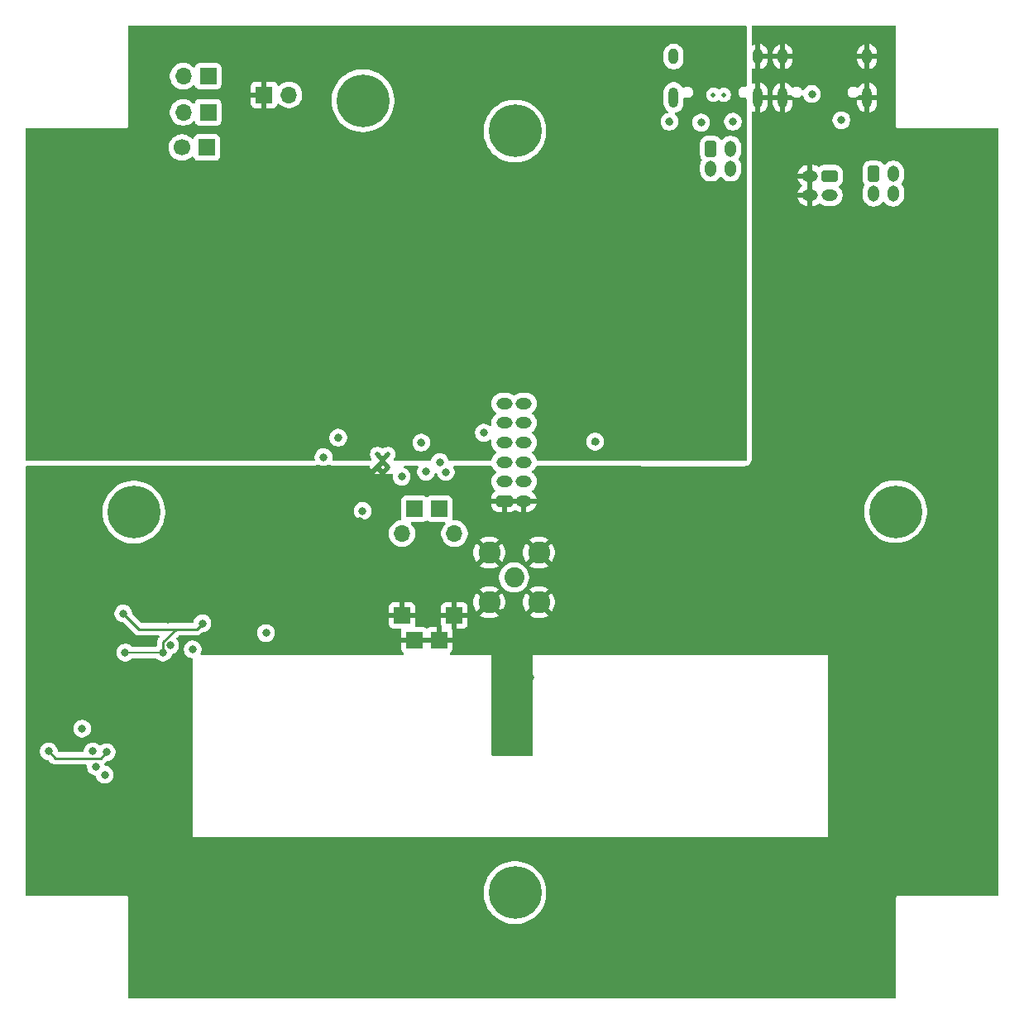
<source format=gbr>
%TF.GenerationSoftware,KiCad,Pcbnew,9.0.3*%
%TF.CreationDate,2025-08-04T00:02:12-07:00*%
%TF.ProjectId,antenna_top_cap_v2b_cygnet_special,616e7465-6e6e-4615-9f74-6f705f636170,rev?*%
%TF.SameCoordinates,Original*%
%TF.FileFunction,Copper,L2,Inr*%
%TF.FilePolarity,Positive*%
%FSLAX46Y46*%
G04 Gerber Fmt 4.6, Leading zero omitted, Abs format (unit mm)*
G04 Created by KiCad (PCBNEW 9.0.3) date 2025-08-04 00:02:12*
%MOMM*%
%LPD*%
G01*
G04 APERTURE LIST*
G04 Aperture macros list*
%AMRoundRect*
0 Rectangle with rounded corners*
0 $1 Rounding radius*
0 $2 $3 $4 $5 $6 $7 $8 $9 X,Y pos of 4 corners*
0 Add a 4 corners polygon primitive as box body*
4,1,4,$2,$3,$4,$5,$6,$7,$8,$9,$2,$3,0*
0 Add four circle primitives for the rounded corners*
1,1,$1+$1,$2,$3*
1,1,$1+$1,$4,$5*
1,1,$1+$1,$6,$7*
1,1,$1+$1,$8,$9*
0 Add four rect primitives between the rounded corners*
20,1,$1+$1,$2,$3,$4,$5,0*
20,1,$1+$1,$4,$5,$6,$7,0*
20,1,$1+$1,$6,$7,$8,$9,0*
20,1,$1+$1,$8,$9,$2,$3,0*%
G04 Aperture macros list end*
%TA.AperFunction,ComponentPad*%
%ADD10O,1.700000X1.700000*%
%TD*%
%TA.AperFunction,ComponentPad*%
%ADD11R,1.700000X1.700000*%
%TD*%
%TA.AperFunction,ComponentPad*%
%ADD12RoundRect,0.250000X-0.350000X-0.575000X0.350000X-0.575000X0.350000X0.575000X-0.350000X0.575000X0*%
%TD*%
%TA.AperFunction,ComponentPad*%
%ADD13O,1.200000X1.650000*%
%TD*%
%TA.AperFunction,ComponentPad*%
%ADD14C,5.400000*%
%TD*%
%TA.AperFunction,ComponentPad*%
%ADD15RoundRect,0.250000X-0.575000X0.350000X-0.575000X-0.350000X0.575000X-0.350000X0.575000X0.350000X0*%
%TD*%
%TA.AperFunction,ComponentPad*%
%ADD16O,1.650000X1.200000*%
%TD*%
%TA.AperFunction,ComponentPad*%
%ADD17RoundRect,0.250000X0.575000X-0.350000X0.575000X0.350000X-0.575000X0.350000X-0.575000X-0.350000X0*%
%TD*%
%TA.AperFunction,ComponentPad*%
%ADD18C,1.700000*%
%TD*%
%TA.AperFunction,ComponentPad*%
%ADD19C,2.050000*%
%TD*%
%TA.AperFunction,ComponentPad*%
%ADD20C,2.250000*%
%TD*%
%TA.AperFunction,HeatsinkPad*%
%ADD21C,0.500000*%
%TD*%
%TA.AperFunction,HeatsinkPad*%
%ADD22O,1.000000X1.600000*%
%TD*%
%TA.AperFunction,HeatsinkPad*%
%ADD23O,1.000000X2.100000*%
%TD*%
%TA.AperFunction,ViaPad*%
%ADD24C,0.800000*%
%TD*%
%TA.AperFunction,ViaPad*%
%ADD25C,0.460000*%
%TD*%
%TA.AperFunction,Conductor*%
%ADD26C,0.152400*%
%TD*%
%TA.AperFunction,Conductor*%
%ADD27C,0.254000*%
%TD*%
%TA.AperFunction,Conductor*%
%ADD28C,0.250000*%
%TD*%
G04 APERTURE END LIST*
D10*
%TO.N,BURN*%
%TO.C,J7*%
X154275800Y-114431900D03*
D11*
X155545800Y-111891900D03*
X158085800Y-111891900D03*
D10*
X159645800Y-114431900D03*
D11*
%TO.N,GND*%
X154275800Y-122811900D03*
X155545800Y-125351900D03*
X158085800Y-125351900D03*
X159645800Y-122811900D03*
%TD*%
%TO.N,~{FC_RESET}*%
%TO.C,J3*%
X134420800Y-67619400D03*
D10*
%TO.N,GND*%
X131880800Y-67619400D03*
%TD*%
D12*
%TO.N,/RBF_High*%
%TO.C,J11*%
X202545800Y-77619400D03*
D13*
%TO.N,/RBF_Low*%
X202545800Y-79619400D03*
%TO.N,/RBF_High*%
X204545800Y-77619400D03*
%TO.N,/RBF_Low*%
X204545800Y-79619400D03*
%TD*%
D14*
%TO.N,unconnected-(TP3-Pad1)*%
%TO.C,TP3*%
X150275800Y-70119400D03*
%TD*%
D15*
%TO.N,Net-(J13-Pin_1)*%
%TO.C,J13*%
X198045800Y-77819400D03*
D16*
%TO.N,GND*%
X196045800Y-77819400D03*
%TO.N,Net-(J13-Pin_1)*%
X198045800Y-79819400D03*
%TO.N,GND*%
X196045800Y-79819400D03*
%TD*%
D17*
%TO.N,GND*%
%TO.C,J1*%
X164745800Y-111119400D03*
D16*
X166745801Y-111119400D03*
%TO.N,WDT_DISABLE*%
X164745800Y-109119399D03*
%TO.N,BURN*%
X166745800Y-109119400D03*
%TO.N,SCL0*%
X164745800Y-107119400D03*
%TO.N,Dir_Chrg_In*%
X166745800Y-107119399D03*
%TO.N,SDA0*%
X164745800Y-105119400D03*
%TO.N,+3V3*%
X166745800Y-105119400D03*
%TO.N,USB_D+*%
X164745800Y-103119400D03*
%TO.N,USB_D-*%
X166745800Y-103119400D03*
%TO.N,FC_USBBOOT*%
X164745800Y-101119400D03*
%TO.N,~{FC_RESET}*%
X166745800Y-101119400D03*
%TD*%
D11*
%TO.N,WDT_DISABLE*%
%TO.C,J10*%
X134285800Y-74919400D03*
D18*
%TO.N,GND*%
X131745800Y-74919400D03*
%TD*%
D14*
%TO.N,unconnected-(TP5-Pad1)*%
%TO.C,TP5*%
X126825800Y-112239400D03*
%TD*%
%TO.N,unconnected-(TP6-Pad1)*%
%TO.C,TP6*%
X165835800Y-73239400D03*
%TD*%
%TO.N,unconnected-(TP1-Pad1)*%
%TO.C,TP1*%
X165835800Y-151189400D03*
%TD*%
%TO.N,unconnected-(TP4-Pad1)*%
%TO.C,TP4*%
X204805800Y-112189400D03*
%TD*%
D19*
%TO.N,Net-(J5-In)*%
%TO.C,J5*%
X165745800Y-118919400D03*
D20*
%TO.N,GND*%
X163205800Y-116379400D03*
X163205800Y-121459400D03*
X168285800Y-116379400D03*
X168285800Y-121459400D03*
%TD*%
D12*
%TO.N,/Payload_D-*%
%TO.C,J9*%
X185895800Y-75069400D03*
D13*
%TO.N,/Payload_VBUS*%
X185895800Y-77069400D03*
%TO.N,/Payload_D+*%
X187895800Y-75069400D03*
%TO.N,GND*%
X187895800Y-77069400D03*
%TD*%
D21*
%TO.N,GND*%
%TO.C,U16*%
X152845800Y-107619400D03*
X152845800Y-106319400D03*
X151745800Y-107619400D03*
X151745800Y-106319400D03*
%TD*%
D11*
%TO.N,FC_USBBOOT*%
%TO.C,J4*%
X134420800Y-71319400D03*
D10*
%TO.N,GND*%
X131880800Y-71319400D03*
%TD*%
D11*
%TO.N,Dir_Chrg_In*%
%TO.C,J2*%
X140170800Y-69519400D03*
D10*
%TO.N,GND*%
X142710800Y-69519400D03*
%TD*%
D22*
%TO.N,GND*%
%TO.C,J12*%
X193245800Y-65619400D03*
D23*
X193245800Y-69799400D03*
D22*
X201885800Y-65619400D03*
D23*
X201885800Y-69799400D03*
%TD*%
D22*
%TO.N,GND*%
%TO.C,J8*%
X182075800Y-65619400D03*
D23*
X182075800Y-69799400D03*
D22*
X190715800Y-65619400D03*
D23*
X190715800Y-69799400D03*
%TD*%
D24*
%TO.N,GND*%
X200745800Y-72119400D03*
X138745800Y-121119400D03*
X193245800Y-71619400D03*
X167245800Y-127119400D03*
X167245800Y-123119400D03*
X191595800Y-72369400D03*
X130347958Y-123222637D03*
X156245800Y-105119400D03*
X167245800Y-126119400D03*
X128845800Y-135719400D03*
X164445800Y-125519400D03*
X167245800Y-124119400D03*
X167395800Y-129169400D03*
X147745800Y-104619400D03*
X164445800Y-123519400D03*
X117945800Y-138629545D03*
X174045800Y-105019400D03*
X164445800Y-124519400D03*
X164545800Y-122519400D03*
X163895800Y-129119400D03*
D25*
X164557800Y-131307400D03*
D24*
X164445800Y-126519400D03*
X167245800Y-125119400D03*
X146045800Y-112219400D03*
X164445800Y-127419400D03*
X140645800Y-122719400D03*
X118145800Y-134819400D03*
X181645800Y-72269400D03*
X164971175Y-128319400D03*
X166545800Y-128419400D03*
X149970800Y-113119400D03*
%TO.N,+3V3*%
X146245800Y-106619400D03*
X140345800Y-124619400D03*
X150245800Y-112119400D03*
%TO.N,2.8V*%
X124045800Y-136819400D03*
X125945800Y-126619400D03*
X118106730Y-136731536D03*
X125745800Y-122619400D03*
X133845800Y-123619400D03*
X129820800Y-126607053D03*
%TO.N,/SCL_3V*%
X122945800Y-138304400D03*
%TO.N,/GPIO*%
X121535800Y-134409400D03*
%TO.N,/XSHUT_2.8V*%
X122625802Y-136719400D03*
%TO.N,/SDA_3V*%
X123845800Y-139119400D03*
%TO.N,SDA0*%
X158145800Y-107119400D03*
X154245800Y-108619400D03*
X132845800Y-126291732D03*
X130545800Y-125867037D03*
%TO.N,SCL0*%
X158758453Y-108132053D03*
X156733147Y-108106747D03*
%TO.N,Net-(J12-CC2)*%
X199245800Y-72119400D03*
%TO.N,Net-(J12-CC1)*%
X196229798Y-69447585D03*
%TO.N,Net-(J8-CC1)*%
X184895800Y-72369400D03*
%TO.N,Net-(J8-CC2)*%
X188145800Y-72269400D03*
D25*
%TO.N,/Payload_D+*%
X187206800Y-69519400D03*
X186145800Y-69519400D03*
D24*
%TO.N,WDT_DISABLE*%
X162645800Y-104119400D03*
%TD*%
D26*
%TO.N,2.8V*%
X125958147Y-126607053D02*
X125945800Y-126619400D01*
D27*
X124045800Y-136819400D02*
X123418800Y-137446400D01*
D26*
X129820800Y-126607053D02*
X125958147Y-126607053D01*
D28*
X133245800Y-124219400D02*
X127345800Y-124219400D01*
X127345800Y-124219400D02*
X125745800Y-122619400D01*
D27*
X123418800Y-137446400D02*
X118821594Y-137446400D01*
D28*
X131145800Y-124219400D02*
X129820800Y-125544400D01*
X129820800Y-125544400D02*
X129820800Y-126607053D01*
D27*
X118821594Y-137446400D02*
X118106730Y-136731536D01*
D28*
X133245800Y-124219400D02*
X131145800Y-124219400D01*
X133845800Y-123619400D02*
X133245800Y-124219400D01*
%TD*%
%TA.AperFunction,Conductor*%
%TO.N,GND*%
G36*
X157619875Y-125158907D02*
G01*
X157585800Y-125286074D01*
X157585800Y-125417726D01*
X157619875Y-125544893D01*
X157655097Y-125605900D01*
X155976503Y-125605900D01*
X156011725Y-125544893D01*
X156045800Y-125417726D01*
X156045800Y-125286074D01*
X156011725Y-125158907D01*
X155976503Y-125097900D01*
X157655097Y-125097900D01*
X157619875Y-125158907D01*
G37*
%TD.AperFunction*%
%TA.AperFunction,Conductor*%
G36*
X196299800Y-79475299D02*
G01*
X196209844Y-79423363D01*
X196101752Y-79394400D01*
X195989848Y-79394400D01*
X195881756Y-79423363D01*
X195791800Y-79475299D01*
X195791800Y-78163500D01*
X195881756Y-78215437D01*
X195989848Y-78244400D01*
X196101752Y-78244400D01*
X196209844Y-78215437D01*
X196299800Y-78163500D01*
X196299800Y-79475299D01*
G37*
%TD.AperFunction*%
%TA.AperFunction,Conductor*%
G36*
X204787821Y-62437702D02*
G01*
X204834314Y-62491358D01*
X204845700Y-62543700D01*
X204845700Y-72757082D01*
X204876223Y-72830773D01*
X204876226Y-72830777D01*
X204932622Y-72887173D01*
X204932626Y-72887176D01*
X205006318Y-72917700D01*
X215219700Y-72917700D01*
X215287821Y-72937702D01*
X215334314Y-72991358D01*
X215345700Y-73043700D01*
X215345700Y-151390700D01*
X215325698Y-151458821D01*
X215272042Y-151505314D01*
X215219700Y-151516700D01*
X205006318Y-151516700D01*
X204932626Y-151547223D01*
X204932622Y-151547226D01*
X204876226Y-151603622D01*
X204876223Y-151603626D01*
X204845700Y-151677317D01*
X204845700Y-161890700D01*
X204825698Y-161958821D01*
X204772042Y-162005314D01*
X204719700Y-162016700D01*
X126372700Y-162016700D01*
X126304579Y-161996698D01*
X126258086Y-161943042D01*
X126246700Y-161890700D01*
X126246700Y-151677317D01*
X126216176Y-151603626D01*
X126216173Y-151603622D01*
X126159777Y-151547226D01*
X126159773Y-151547223D01*
X126086082Y-151516700D01*
X115872700Y-151516700D01*
X115804579Y-151496698D01*
X115758086Y-151443042D01*
X115746700Y-151390700D01*
X115746700Y-151009212D01*
X162627300Y-151009212D01*
X162627300Y-151369587D01*
X162667648Y-151727694D01*
X162674356Y-151757082D01*
X162747838Y-152079026D01*
X162747840Y-152079032D01*
X162747839Y-152079032D01*
X162866854Y-152419157D01*
X162866862Y-152419177D01*
X163023222Y-152743860D01*
X163023223Y-152743863D01*
X163214943Y-153048984D01*
X163214947Y-153048991D01*
X163439639Y-153330745D01*
X163694454Y-153585560D01*
X163976208Y-153810252D01*
X163976215Y-153810256D01*
X164281336Y-154001976D01*
X164281338Y-154001976D01*
X164281342Y-154001979D01*
X164606025Y-154158339D01*
X164606040Y-154158344D01*
X164606042Y-154158345D01*
X164946167Y-154277360D01*
X164946170Y-154277360D01*
X164946174Y-154277362D01*
X165297505Y-154357551D01*
X165297506Y-154357551D01*
X165297509Y-154357552D01*
X165508707Y-154381347D01*
X165655612Y-154397900D01*
X165655614Y-154397900D01*
X166015988Y-154397900D01*
X166106930Y-154387653D01*
X166374091Y-154357552D01*
X166725426Y-154277362D01*
X167065575Y-154158339D01*
X167390258Y-154001979D01*
X167695393Y-153810251D01*
X167977142Y-153585563D01*
X168231963Y-153330742D01*
X168456651Y-153048993D01*
X168648379Y-152743858D01*
X168804739Y-152419175D01*
X168923762Y-152079026D01*
X169003952Y-151727691D01*
X169044300Y-151369586D01*
X169044300Y-151009214D01*
X169003952Y-150651109D01*
X168923762Y-150299774D01*
X168804739Y-149959625D01*
X168648379Y-149634942D01*
X168648376Y-149634938D01*
X168648376Y-149634936D01*
X168456656Y-149329815D01*
X168456652Y-149329808D01*
X168231960Y-149048054D01*
X167977145Y-148793239D01*
X167695391Y-148568547D01*
X167695384Y-148568543D01*
X167390263Y-148376823D01*
X167390260Y-148376822D01*
X167065577Y-148220462D01*
X167065557Y-148220454D01*
X166725432Y-148101439D01*
X166374093Y-148021248D01*
X166374096Y-148021248D01*
X166015988Y-147980900D01*
X166015986Y-147980900D01*
X165655614Y-147980900D01*
X165655612Y-147980900D01*
X165297505Y-148021248D01*
X164946167Y-148101439D01*
X164606042Y-148220454D01*
X164606022Y-148220462D01*
X164281339Y-148376822D01*
X164281336Y-148376823D01*
X163976215Y-148568543D01*
X163976208Y-148568547D01*
X163694454Y-148793239D01*
X163439639Y-149048054D01*
X163214947Y-149329808D01*
X163214943Y-149329815D01*
X163023223Y-149634936D01*
X163023222Y-149634939D01*
X162866862Y-149959622D01*
X162866854Y-149959642D01*
X162747839Y-150299767D01*
X162667648Y-150651105D01*
X162627300Y-151009212D01*
X115746700Y-151009212D01*
X115746700Y-136642054D01*
X117198230Y-136642054D01*
X117198230Y-136642057D01*
X117198230Y-136821015D01*
X117233143Y-136996536D01*
X117301628Y-137161872D01*
X117401052Y-137310671D01*
X117527595Y-137437214D01*
X117676394Y-137536638D01*
X117841730Y-137605123D01*
X118017251Y-137640036D01*
X118064307Y-137640036D01*
X118132428Y-137660038D01*
X118153402Y-137676941D01*
X118416486Y-137940025D01*
X118520572Y-138009573D01*
X118636225Y-138057478D01*
X118759003Y-138081900D01*
X118884185Y-138081900D01*
X121911382Y-138081900D01*
X121979503Y-138101902D01*
X122025996Y-138155558D01*
X122034851Y-138208731D01*
X122037300Y-138208731D01*
X122037300Y-138214921D01*
X122037300Y-138393879D01*
X122072213Y-138569400D01*
X122140698Y-138734736D01*
X122240122Y-138883535D01*
X122366665Y-139010078D01*
X122515464Y-139109502D01*
X122652428Y-139166235D01*
X122680797Y-139177986D01*
X122680798Y-139177986D01*
X122680800Y-139177987D01*
X122856321Y-139212900D01*
X122858895Y-139213412D01*
X122921805Y-139246320D01*
X122956937Y-139308015D01*
X122957893Y-139312409D01*
X122972213Y-139384400D01*
X123040698Y-139549736D01*
X123140122Y-139698535D01*
X123266665Y-139825078D01*
X123415464Y-139924502D01*
X123580800Y-139992987D01*
X123756321Y-140027900D01*
X123756322Y-140027900D01*
X123935278Y-140027900D01*
X123935279Y-140027900D01*
X124110800Y-139992987D01*
X124276136Y-139924502D01*
X124424935Y-139825078D01*
X124551478Y-139698535D01*
X124650902Y-139549736D01*
X124719387Y-139384400D01*
X124754300Y-139208879D01*
X124754300Y-139029921D01*
X124719387Y-138854400D01*
X124650902Y-138689064D01*
X124551478Y-138540265D01*
X124424935Y-138413722D01*
X124276136Y-138314298D01*
X124110800Y-138245813D01*
X124022042Y-138228158D01*
X123932703Y-138210387D01*
X123915119Y-138201188D01*
X123895773Y-138196773D01*
X123884308Y-138185071D01*
X123869794Y-138177479D01*
X123859974Y-138160235D01*
X123846086Y-138146060D01*
X123836306Y-138118671D01*
X123834662Y-138115784D01*
X123833897Y-138112332D01*
X123833815Y-138111939D01*
X123819387Y-138039400D01*
X123818234Y-138036618D01*
X123816419Y-138027840D01*
X123818866Y-137997916D01*
X123818599Y-137967896D01*
X123821762Y-137962509D01*
X123822207Y-137957080D01*
X123834043Y-137941600D01*
X123850712Y-137913221D01*
X123999128Y-137764805D01*
X124061440Y-137730779D01*
X124088223Y-137727900D01*
X124135278Y-137727900D01*
X124135279Y-137727900D01*
X124310800Y-137692987D01*
X124476136Y-137624502D01*
X124624935Y-137525078D01*
X124751478Y-137398535D01*
X124850902Y-137249736D01*
X124919387Y-137084400D01*
X124954300Y-136908879D01*
X124954300Y-136729921D01*
X124919387Y-136554400D01*
X124850902Y-136389064D01*
X124751478Y-136240265D01*
X124624935Y-136113722D01*
X124476136Y-136014298D01*
X124359229Y-135965873D01*
X124310803Y-135945814D01*
X124310801Y-135945813D01*
X124310800Y-135945813D01*
X124222445Y-135928238D01*
X124135281Y-135910900D01*
X124135279Y-135910900D01*
X123956321Y-135910900D01*
X123956318Y-135910900D01*
X123825571Y-135936907D01*
X123780800Y-135945813D01*
X123780799Y-135945813D01*
X123780796Y-135945814D01*
X123649702Y-136000116D01*
X123616860Y-136013720D01*
X123615462Y-136014299D01*
X123466654Y-136113729D01*
X123466092Y-136114191D01*
X123465740Y-136114340D01*
X123461519Y-136117161D01*
X123460983Y-136116359D01*
X123400739Y-136141930D01*
X123330763Y-136129933D01*
X123297085Y-136105870D01*
X123204937Y-136013722D01*
X123056138Y-135914298D01*
X122920101Y-135857949D01*
X122890805Y-135845814D01*
X122890803Y-135845813D01*
X122890802Y-135845813D01*
X122802447Y-135828238D01*
X122715283Y-135810900D01*
X122715281Y-135810900D01*
X122536323Y-135810900D01*
X122536320Y-135810900D01*
X122405573Y-135836907D01*
X122360802Y-135845813D01*
X122360801Y-135845813D01*
X122360798Y-135845814D01*
X122229704Y-135900116D01*
X122203670Y-135910900D01*
X122195464Y-135914299D01*
X122046671Y-136013719D01*
X122046664Y-136013724D01*
X121920126Y-136140262D01*
X121920121Y-136140269D01*
X121820701Y-136289062D01*
X121752216Y-136454396D01*
X121717302Y-136629918D01*
X121717302Y-136684900D01*
X121697300Y-136753021D01*
X121643644Y-136799514D01*
X121591302Y-136810900D01*
X119141230Y-136810900D01*
X119073109Y-136790898D01*
X119026616Y-136737242D01*
X119015230Y-136684900D01*
X119015230Y-136642058D01*
X119015229Y-136642054D01*
X119012815Y-136629918D01*
X118980317Y-136466536D01*
X118911832Y-136301200D01*
X118812408Y-136152401D01*
X118685865Y-136025858D01*
X118537066Y-135926434D01*
X118420159Y-135878009D01*
X118371733Y-135857950D01*
X118371731Y-135857949D01*
X118371730Y-135857949D01*
X118283375Y-135840374D01*
X118196211Y-135823036D01*
X118196209Y-135823036D01*
X118017251Y-135823036D01*
X118017248Y-135823036D01*
X117902742Y-135845813D01*
X117841730Y-135857949D01*
X117841729Y-135857949D01*
X117841726Y-135857950D01*
X117676392Y-135926435D01*
X117527599Y-136025855D01*
X117527592Y-136025860D01*
X117401054Y-136152398D01*
X117401049Y-136152405D01*
X117301629Y-136301198D01*
X117233144Y-136466532D01*
X117198230Y-136642054D01*
X115746700Y-136642054D01*
X115746700Y-134319918D01*
X120627300Y-134319918D01*
X120627300Y-134319921D01*
X120627300Y-134498879D01*
X120662213Y-134674400D01*
X120730698Y-134839736D01*
X120830122Y-134988535D01*
X120956665Y-135115078D01*
X121105464Y-135214502D01*
X121270800Y-135282987D01*
X121446321Y-135317900D01*
X121446322Y-135317900D01*
X121625278Y-135317900D01*
X121625279Y-135317900D01*
X121800800Y-135282987D01*
X121966136Y-135214502D01*
X122114935Y-135115078D01*
X122241478Y-134988535D01*
X122340902Y-134839736D01*
X122409387Y-134674400D01*
X122444300Y-134498879D01*
X122444300Y-134319921D01*
X122409387Y-134144400D01*
X122340902Y-133979064D01*
X122241478Y-133830265D01*
X122114935Y-133703722D01*
X121966136Y-133604298D01*
X121849229Y-133555873D01*
X121800803Y-133535814D01*
X121800801Y-133535813D01*
X121800800Y-133535813D01*
X121712445Y-133518238D01*
X121625281Y-133500900D01*
X121625279Y-133500900D01*
X121446321Y-133500900D01*
X121446318Y-133500900D01*
X121315571Y-133526907D01*
X121270800Y-133535813D01*
X121270799Y-133535813D01*
X121270796Y-133535814D01*
X121105462Y-133604299D01*
X120956669Y-133703719D01*
X120956662Y-133703724D01*
X120830124Y-133830262D01*
X120830119Y-133830269D01*
X120730699Y-133979062D01*
X120662214Y-134144396D01*
X120627300Y-134319918D01*
X115746700Y-134319918D01*
X115746700Y-122529918D01*
X124837300Y-122529918D01*
X124837300Y-122708881D01*
X124844647Y-122745814D01*
X124870885Y-122877726D01*
X124872214Y-122884403D01*
X124892273Y-122932829D01*
X124940698Y-123049736D01*
X125040122Y-123198535D01*
X125166665Y-123325078D01*
X125315464Y-123424502D01*
X125480800Y-123492987D01*
X125656321Y-123527900D01*
X125706206Y-123527900D01*
X125774327Y-123547902D01*
X125795296Y-123564800D01*
X126941967Y-124711472D01*
X127045725Y-124780801D01*
X127127247Y-124814568D01*
X127161015Y-124828555D01*
X127283406Y-124852900D01*
X127283407Y-124852900D01*
X127408194Y-124852900D01*
X129312206Y-124852900D01*
X129380327Y-124872902D01*
X129426820Y-124926558D01*
X129436924Y-124996832D01*
X129407430Y-125061412D01*
X129401301Y-125067995D01*
X129328731Y-125140564D01*
X129328726Y-125140571D01*
X129269117Y-125229783D01*
X129259400Y-125244325D01*
X129211645Y-125359615D01*
X129201828Y-125408968D01*
X129187300Y-125482003D01*
X129187300Y-125896353D01*
X129167298Y-125964474D01*
X129113642Y-126010967D01*
X129061300Y-126022353D01*
X126685756Y-126022353D01*
X126617635Y-126002351D01*
X126596661Y-125985448D01*
X126524937Y-125913724D01*
X126524935Y-125913722D01*
X126376136Y-125814298D01*
X126259229Y-125765873D01*
X126210803Y-125745814D01*
X126210801Y-125745813D01*
X126210800Y-125745813D01*
X126122445Y-125728238D01*
X126035281Y-125710900D01*
X126035279Y-125710900D01*
X125856321Y-125710900D01*
X125856318Y-125710900D01*
X125725571Y-125736907D01*
X125680800Y-125745813D01*
X125680799Y-125745813D01*
X125680796Y-125745814D01*
X125515462Y-125814299D01*
X125366669Y-125913719D01*
X125366662Y-125913724D01*
X125240124Y-126040262D01*
X125240119Y-126040269D01*
X125168240Y-126147845D01*
X125140698Y-126189064D01*
X125126516Y-126223302D01*
X125072214Y-126354396D01*
X125037300Y-126529918D01*
X125037300Y-126708881D01*
X125047333Y-126759319D01*
X125072213Y-126884400D01*
X125140698Y-127049736D01*
X125240122Y-127198535D01*
X125366665Y-127325078D01*
X125515464Y-127424502D01*
X125680800Y-127492987D01*
X125856321Y-127527900D01*
X125856322Y-127527900D01*
X126035278Y-127527900D01*
X126035279Y-127527900D01*
X126210800Y-127492987D01*
X126376136Y-127424502D01*
X126524935Y-127325078D01*
X126621355Y-127228658D01*
X126683667Y-127194632D01*
X126710450Y-127191753D01*
X129068497Y-127191753D01*
X129136618Y-127211755D01*
X129157592Y-127228658D01*
X129241665Y-127312731D01*
X129390464Y-127412155D01*
X129555800Y-127480640D01*
X129731321Y-127515553D01*
X129731322Y-127515553D01*
X129910278Y-127515553D01*
X129910279Y-127515553D01*
X130085800Y-127480640D01*
X130251136Y-127412155D01*
X130399935Y-127312731D01*
X130526478Y-127186188D01*
X130625902Y-127037389D01*
X130694387Y-126872053D01*
X130694388Y-126872047D01*
X130694389Y-126872047D01*
X130700386Y-126841895D01*
X130733292Y-126778985D01*
X130794986Y-126743852D01*
X130799386Y-126742895D01*
X130810794Y-126740626D01*
X130810794Y-126740625D01*
X130810800Y-126740624D01*
X130976136Y-126672139D01*
X131124935Y-126572715D01*
X131251478Y-126446172D01*
X131350902Y-126297373D01*
X131390304Y-126202250D01*
X131937300Y-126202250D01*
X131937300Y-126202253D01*
X131937300Y-126381211D01*
X131966879Y-126529918D01*
X131972214Y-126556735D01*
X131978832Y-126572712D01*
X132040698Y-126722068D01*
X132140122Y-126870867D01*
X132266665Y-126997410D01*
X132415464Y-127096834D01*
X132580800Y-127165319D01*
X132756321Y-127200232D01*
X132759800Y-127200232D01*
X132761554Y-127200747D01*
X132762477Y-127200838D01*
X132762459Y-127201012D01*
X132827921Y-127220234D01*
X132874414Y-127273890D01*
X132885800Y-127326232D01*
X132885800Y-145539400D01*
X197915800Y-145539400D01*
X197915800Y-126869400D01*
X167665800Y-126869400D01*
X167665800Y-137053400D01*
X167645798Y-137121521D01*
X167592142Y-137168014D01*
X167539800Y-137179400D01*
X163541800Y-137179400D01*
X163473679Y-137159398D01*
X163427186Y-137105742D01*
X163415800Y-137053400D01*
X163415800Y-126869400D01*
X159270382Y-126869400D01*
X159202261Y-126849398D01*
X159155768Y-126795742D01*
X159145664Y-126725468D01*
X159175158Y-126660888D01*
X159194873Y-126642532D01*
X159298704Y-126564804D01*
X159386244Y-126447865D01*
X159386244Y-126447864D01*
X159437294Y-126310993D01*
X159443799Y-126250497D01*
X159443800Y-126250485D01*
X159443800Y-125605900D01*
X158516503Y-125605900D01*
X158551725Y-125544893D01*
X158585800Y-125417726D01*
X158585800Y-125286074D01*
X158551725Y-125158907D01*
X158516503Y-125097900D01*
X159443800Y-125097900D01*
X159443800Y-124453314D01*
X159443799Y-124453302D01*
X159437294Y-124392806D01*
X159395741Y-124281396D01*
X159395736Y-124281382D01*
X159392675Y-124273172D01*
X159391572Y-124257734D01*
X159389511Y-124258078D01*
X159389510Y-124258072D01*
X159391572Y-124257728D01*
X159390118Y-124237358D01*
X159387615Y-124202372D01*
X159387619Y-124202363D01*
X159387619Y-124202355D01*
X159391800Y-124194700D01*
X159391800Y-123242602D01*
X159452807Y-123277825D01*
X159579974Y-123311900D01*
X159711626Y-123311900D01*
X159838793Y-123277825D01*
X159899800Y-123242602D01*
X159899800Y-124169900D01*
X160544385Y-124169900D01*
X160544397Y-124169899D01*
X160604893Y-124163394D01*
X160741764Y-124112344D01*
X160741765Y-124112344D01*
X160858704Y-124024804D01*
X160946244Y-123907865D01*
X160946244Y-123907864D01*
X160997294Y-123770993D01*
X161003799Y-123710497D01*
X161003800Y-123710485D01*
X161003800Y-123065900D01*
X160076503Y-123065900D01*
X160111725Y-123004893D01*
X160145800Y-122877726D01*
X160145800Y-122746074D01*
X160111725Y-122618907D01*
X160076503Y-122557900D01*
X161003800Y-122557900D01*
X161003800Y-121913314D01*
X161003799Y-121913302D01*
X160997294Y-121852806D01*
X160946244Y-121715935D01*
X160946244Y-121715934D01*
X160858704Y-121598995D01*
X160741765Y-121511455D01*
X160604893Y-121460405D01*
X160544397Y-121453900D01*
X159899800Y-121453900D01*
X159899800Y-122381197D01*
X159838793Y-122345975D01*
X159711626Y-122311900D01*
X159579974Y-122311900D01*
X159452807Y-122345975D01*
X159391800Y-122381197D01*
X159391800Y-121453900D01*
X158747202Y-121453900D01*
X158686706Y-121460405D01*
X158549835Y-121511455D01*
X158549834Y-121511455D01*
X158432895Y-121598995D01*
X158345355Y-121715934D01*
X158345355Y-121715935D01*
X158294305Y-121852806D01*
X158287800Y-121913302D01*
X158287800Y-122557900D01*
X159215097Y-122557900D01*
X159179875Y-122618907D01*
X159145800Y-122746074D01*
X159145800Y-122877726D01*
X159179875Y-123004893D01*
X159215097Y-123065900D01*
X158287800Y-123065900D01*
X158287800Y-123710497D01*
X158294305Y-123770994D01*
X158335859Y-123882406D01*
X158335861Y-123882410D01*
X158338921Y-123890615D01*
X158343984Y-123961431D01*
X158339800Y-123969093D01*
X158339800Y-124921197D01*
X158278793Y-124885975D01*
X158151626Y-124851900D01*
X158019974Y-124851900D01*
X157892807Y-124885975D01*
X157831800Y-124921197D01*
X157831800Y-123993900D01*
X157187202Y-123993900D01*
X157126706Y-124000405D01*
X156989835Y-124051455D01*
X156989834Y-124051455D01*
X156891309Y-124125211D01*
X156824789Y-124150022D01*
X156755414Y-124134930D01*
X156740291Y-124125211D01*
X156641765Y-124051455D01*
X156504893Y-124000405D01*
X156444397Y-123993900D01*
X155725630Y-123993900D01*
X155657509Y-123973898D01*
X155611016Y-123920242D01*
X155600912Y-123849968D01*
X155607574Y-123823868D01*
X155627294Y-123770994D01*
X155633799Y-123710497D01*
X155633800Y-123710485D01*
X155633800Y-123065900D01*
X154706503Y-123065900D01*
X154741725Y-123004893D01*
X154775800Y-122877726D01*
X154775800Y-122746074D01*
X154741725Y-122618907D01*
X154706503Y-122557900D01*
X155633800Y-122557900D01*
X155633800Y-121913314D01*
X155633799Y-121913302D01*
X155627294Y-121852806D01*
X155576244Y-121715935D01*
X155576244Y-121715934D01*
X155488704Y-121598995D01*
X155371765Y-121511455D01*
X155234893Y-121460405D01*
X155174397Y-121453900D01*
X154529800Y-121453900D01*
X154529800Y-122381197D01*
X154468793Y-122345975D01*
X154341626Y-122311900D01*
X154209974Y-122311900D01*
X154082807Y-122345975D01*
X154021800Y-122381197D01*
X154021800Y-121453900D01*
X153377202Y-121453900D01*
X153316706Y-121460405D01*
X153179835Y-121511455D01*
X153179834Y-121511455D01*
X153062895Y-121598995D01*
X152975355Y-121715934D01*
X152975355Y-121715935D01*
X152924305Y-121852806D01*
X152917800Y-121913302D01*
X152917800Y-122557900D01*
X153845097Y-122557900D01*
X153809875Y-122618907D01*
X153775800Y-122746074D01*
X153775800Y-122877726D01*
X153809875Y-123004893D01*
X153845097Y-123065900D01*
X152917800Y-123065900D01*
X152917800Y-123710497D01*
X152924305Y-123770993D01*
X152975355Y-123907864D01*
X152975355Y-123907865D01*
X153062895Y-124024804D01*
X153179834Y-124112344D01*
X153316706Y-124163394D01*
X153377202Y-124169899D01*
X153377215Y-124169900D01*
X154095970Y-124169900D01*
X154164091Y-124189902D01*
X154210584Y-124243558D01*
X154220688Y-124313832D01*
X154214026Y-124339932D01*
X154194305Y-124392805D01*
X154187800Y-124453302D01*
X154187800Y-125097900D01*
X155115097Y-125097900D01*
X155079875Y-125158907D01*
X155045800Y-125286074D01*
X155045800Y-125417726D01*
X155079875Y-125544893D01*
X155115097Y-125605900D01*
X154187800Y-125605900D01*
X154187800Y-126250497D01*
X154194305Y-126310993D01*
X154245355Y-126447864D01*
X154245355Y-126447865D01*
X154332895Y-126564804D01*
X154436727Y-126642532D01*
X154479274Y-126699368D01*
X154484338Y-126770184D01*
X154450313Y-126832496D01*
X154388001Y-126866521D01*
X154361218Y-126869400D01*
X133778448Y-126869400D01*
X133710327Y-126849398D01*
X133663834Y-126795742D01*
X133653730Y-126725468D01*
X133662039Y-126695181D01*
X133683847Y-126642532D01*
X133719387Y-126556732D01*
X133754300Y-126381211D01*
X133754300Y-126202253D01*
X133719387Y-126026732D01*
X133650902Y-125861396D01*
X133551478Y-125712597D01*
X133424935Y-125586054D01*
X133276136Y-125486630D01*
X133126147Y-125424502D01*
X133110803Y-125418146D01*
X133110801Y-125418145D01*
X133110800Y-125418145D01*
X133022445Y-125400570D01*
X132935281Y-125383232D01*
X132935279Y-125383232D01*
X132756321Y-125383232D01*
X132756318Y-125383232D01*
X132625571Y-125409239D01*
X132580800Y-125418145D01*
X132580799Y-125418145D01*
X132580796Y-125418146D01*
X132449702Y-125472448D01*
X132426628Y-125482006D01*
X132415462Y-125486631D01*
X132266669Y-125586051D01*
X132266662Y-125586056D01*
X132140124Y-125712594D01*
X132140119Y-125712601D01*
X132040699Y-125861394D01*
X131972214Y-126026728D01*
X131937300Y-126202250D01*
X131390304Y-126202250D01*
X131419387Y-126132037D01*
X131454300Y-125956516D01*
X131454300Y-125777558D01*
X131419387Y-125602037D01*
X131350902Y-125436701D01*
X131251478Y-125287902D01*
X131201434Y-125237858D01*
X131197025Y-125229783D01*
X131189661Y-125224271D01*
X131180277Y-125199112D01*
X131167409Y-125175545D01*
X131168065Y-125166369D01*
X131164851Y-125157751D01*
X131170558Y-125131513D01*
X131172475Y-125104729D01*
X131178386Y-125095530D01*
X131179943Y-125088377D01*
X131201431Y-125059672D01*
X131371300Y-124889804D01*
X131433612Y-124855779D01*
X131460395Y-124852900D01*
X133308193Y-124852900D01*
X133308194Y-124852900D01*
X133430585Y-124828555D01*
X133545875Y-124780800D01*
X133649633Y-124711471D01*
X133796299Y-124564805D01*
X133858611Y-124530779D01*
X133866621Y-124529918D01*
X139437300Y-124529918D01*
X139437300Y-124708881D01*
X139437816Y-124711473D01*
X139472213Y-124884400D01*
X139540698Y-125049736D01*
X139640122Y-125198535D01*
X139766665Y-125325078D01*
X139915464Y-125424502D01*
X140080800Y-125492987D01*
X140256321Y-125527900D01*
X140256322Y-125527900D01*
X140435278Y-125527900D01*
X140435279Y-125527900D01*
X140610800Y-125492987D01*
X140776136Y-125424502D01*
X140924935Y-125325078D01*
X141051478Y-125198535D01*
X141150902Y-125049736D01*
X141219387Y-124884400D01*
X141254300Y-124708879D01*
X141254300Y-124529921D01*
X141219387Y-124354400D01*
X141150902Y-124189064D01*
X141051478Y-124040265D01*
X140924935Y-123913722D01*
X140776136Y-123814298D01*
X140659229Y-123765873D01*
X140610803Y-123745814D01*
X140610801Y-123745813D01*
X140610800Y-123745813D01*
X140522445Y-123728238D01*
X140435281Y-123710900D01*
X140435279Y-123710900D01*
X140256321Y-123710900D01*
X140256318Y-123710900D01*
X140125571Y-123736907D01*
X140080800Y-123745813D01*
X140080799Y-123745813D01*
X140080796Y-123745814D01*
X139915462Y-123814299D01*
X139766669Y-123913719D01*
X139766662Y-123913724D01*
X139640124Y-124040262D01*
X139640119Y-124040269D01*
X139553504Y-124169899D01*
X139540698Y-124189064D01*
X139536777Y-124198530D01*
X139472214Y-124354396D01*
X139437300Y-124529918D01*
X133866621Y-124529918D01*
X133885394Y-124527900D01*
X133935278Y-124527900D01*
X133935279Y-124527900D01*
X134110800Y-124492987D01*
X134276136Y-124424502D01*
X134424935Y-124325078D01*
X134551478Y-124198535D01*
X134650902Y-124049736D01*
X134719387Y-123884400D01*
X134754300Y-123708879D01*
X134754300Y-123529921D01*
X134719387Y-123354400D01*
X134650902Y-123189064D01*
X134650901Y-123189062D01*
X134650900Y-123189060D01*
X134650899Y-123189059D01*
X134580509Y-123083712D01*
X134580508Y-123083711D01*
X134557806Y-123049736D01*
X134551478Y-123040265D01*
X134424935Y-122913722D01*
X134276136Y-122814298D01*
X134159229Y-122765873D01*
X134110803Y-122745814D01*
X134110801Y-122745813D01*
X134110800Y-122745813D01*
X134022445Y-122728238D01*
X133935281Y-122710900D01*
X133935279Y-122710900D01*
X133756321Y-122710900D01*
X133756318Y-122710900D01*
X133625571Y-122736907D01*
X133580800Y-122745813D01*
X133580799Y-122745813D01*
X133580796Y-122745814D01*
X133415462Y-122814299D01*
X133266669Y-122913719D01*
X133266662Y-122913724D01*
X133140124Y-123040262D01*
X133140119Y-123040269D01*
X133040699Y-123189062D01*
X132972214Y-123354397D01*
X132946338Y-123484482D01*
X132913430Y-123547391D01*
X132851735Y-123582523D01*
X132822759Y-123585900D01*
X127660395Y-123585900D01*
X127592274Y-123565898D01*
X127571300Y-123548995D01*
X126691205Y-122668900D01*
X126657179Y-122606588D01*
X126654300Y-122579805D01*
X126654300Y-122529922D01*
X126654299Y-122529918D01*
X126619387Y-122354400D01*
X126550902Y-122189064D01*
X126451478Y-122040265D01*
X126324935Y-121913722D01*
X126176136Y-121814298D01*
X126059229Y-121765873D01*
X126010803Y-121745814D01*
X126010801Y-121745813D01*
X126010800Y-121745813D01*
X125922445Y-121728238D01*
X125835281Y-121710900D01*
X125835279Y-121710900D01*
X125656321Y-121710900D01*
X125656318Y-121710900D01*
X125525571Y-121736907D01*
X125480800Y-121745813D01*
X125480799Y-121745813D01*
X125480796Y-121745814D01*
X125315462Y-121814299D01*
X125166669Y-121913719D01*
X125166662Y-121913724D01*
X125040124Y-122040262D01*
X125040119Y-122040269D01*
X124940699Y-122189062D01*
X124872214Y-122354396D01*
X124837300Y-122529918D01*
X115746700Y-122529918D01*
X115746700Y-121330882D01*
X161572800Y-121330882D01*
X161572800Y-121587917D01*
X161613010Y-121841799D01*
X161692437Y-122086250D01*
X161692440Y-122086256D01*
X161809133Y-122315278D01*
X161885542Y-122420445D01*
X161885543Y-122420445D01*
X162450027Y-121855960D01*
X162452540Y-121862026D01*
X162545562Y-122001244D01*
X162663956Y-122119638D01*
X162803174Y-122212660D01*
X162809237Y-122215171D01*
X162244753Y-122779655D01*
X162244753Y-122779656D01*
X162349921Y-122856066D01*
X162578943Y-122972759D01*
X162578949Y-122972762D01*
X162823400Y-123052189D01*
X163077282Y-123092400D01*
X163334318Y-123092400D01*
X163588199Y-123052189D01*
X163832650Y-122972762D01*
X163832656Y-122972759D01*
X164061677Y-122856067D01*
X164166846Y-122779656D01*
X163602362Y-122215171D01*
X163608426Y-122212660D01*
X163747644Y-122119638D01*
X163866038Y-122001244D01*
X163959060Y-121862026D01*
X163961571Y-121855961D01*
X164526056Y-122420446D01*
X164602467Y-122315277D01*
X164719159Y-122086256D01*
X164719162Y-122086250D01*
X164798589Y-121841799D01*
X164838800Y-121587917D01*
X164838800Y-121330882D01*
X166652800Y-121330882D01*
X166652800Y-121587917D01*
X166693010Y-121841799D01*
X166772437Y-122086250D01*
X166772440Y-122086256D01*
X166889133Y-122315278D01*
X166965542Y-122420445D01*
X166965543Y-122420445D01*
X167530027Y-121855960D01*
X167532540Y-121862026D01*
X167625562Y-122001244D01*
X167743956Y-122119638D01*
X167883174Y-122212660D01*
X167889237Y-122215171D01*
X167324753Y-122779655D01*
X167324753Y-122779656D01*
X167429921Y-122856066D01*
X167658943Y-122972759D01*
X167658949Y-122972762D01*
X167903400Y-123052189D01*
X168157282Y-123092400D01*
X168414318Y-123092400D01*
X168668199Y-123052189D01*
X168912650Y-122972762D01*
X168912656Y-122972759D01*
X169141677Y-122856067D01*
X169246846Y-122779656D01*
X168682362Y-122215171D01*
X168688426Y-122212660D01*
X168827644Y-122119638D01*
X168946038Y-122001244D01*
X169039060Y-121862026D01*
X169041571Y-121855961D01*
X169606056Y-122420446D01*
X169682467Y-122315277D01*
X169799159Y-122086256D01*
X169799162Y-122086250D01*
X169878589Y-121841799D01*
X169918800Y-121587917D01*
X169918800Y-121330882D01*
X169878589Y-121077000D01*
X169799162Y-120832549D01*
X169799159Y-120832543D01*
X169682466Y-120603521D01*
X169606056Y-120498353D01*
X169606055Y-120498353D01*
X169041571Y-121062837D01*
X169039060Y-121056774D01*
X168946038Y-120917556D01*
X168827644Y-120799162D01*
X168688426Y-120706140D01*
X168682361Y-120703627D01*
X169246845Y-120139143D01*
X169246845Y-120139142D01*
X169141678Y-120062733D01*
X168912656Y-119946040D01*
X168912650Y-119946037D01*
X168668199Y-119866610D01*
X168414318Y-119826400D01*
X168157282Y-119826400D01*
X167903400Y-119866610D01*
X167658949Y-119946037D01*
X167658943Y-119946040D01*
X167429917Y-120062735D01*
X167324753Y-120139141D01*
X167324753Y-120139143D01*
X167889238Y-120703628D01*
X167883174Y-120706140D01*
X167743956Y-120799162D01*
X167625562Y-120917556D01*
X167532540Y-121056774D01*
X167530028Y-121062838D01*
X166965543Y-120498353D01*
X166965541Y-120498353D01*
X166889135Y-120603517D01*
X166772440Y-120832543D01*
X166772437Y-120832549D01*
X166693010Y-121077000D01*
X166652800Y-121330882D01*
X164838800Y-121330882D01*
X164798589Y-121077000D01*
X164719162Y-120832549D01*
X164719159Y-120832543D01*
X164602466Y-120603521D01*
X164526056Y-120498353D01*
X164526055Y-120498353D01*
X163961571Y-121062837D01*
X163959060Y-121056774D01*
X163866038Y-120917556D01*
X163747644Y-120799162D01*
X163608426Y-120706140D01*
X163602361Y-120703627D01*
X164166845Y-120139143D01*
X164166845Y-120139142D01*
X164061678Y-120062733D01*
X163832656Y-119946040D01*
X163832650Y-119946037D01*
X163588199Y-119866610D01*
X163334318Y-119826400D01*
X163077282Y-119826400D01*
X162823400Y-119866610D01*
X162578949Y-119946037D01*
X162578943Y-119946040D01*
X162349917Y-120062735D01*
X162244753Y-120139141D01*
X162244753Y-120139143D01*
X162809238Y-120703628D01*
X162803174Y-120706140D01*
X162663956Y-120799162D01*
X162545562Y-120917556D01*
X162452540Y-121056774D01*
X162450028Y-121062838D01*
X161885543Y-120498353D01*
X161885541Y-120498353D01*
X161809135Y-120603517D01*
X161692440Y-120832543D01*
X161692437Y-120832549D01*
X161613010Y-121077000D01*
X161572800Y-121330882D01*
X115746700Y-121330882D01*
X115746700Y-118798711D01*
X164212300Y-118798711D01*
X164212300Y-119040089D01*
X164250060Y-119278495D01*
X164250061Y-119278500D01*
X164324648Y-119508055D01*
X164324650Y-119508060D01*
X164324651Y-119508061D01*
X164434235Y-119723132D01*
X164576113Y-119918410D01*
X164746789Y-120089086D01*
X164875069Y-120182287D01*
X164942071Y-120230967D01*
X165157140Y-120340550D01*
X165386705Y-120415140D01*
X165625111Y-120452900D01*
X165625114Y-120452900D01*
X165866486Y-120452900D01*
X165866489Y-120452900D01*
X166104895Y-120415140D01*
X166334460Y-120340550D01*
X166549529Y-120230967D01*
X166744808Y-120089088D01*
X166915488Y-119918408D01*
X167057367Y-119723129D01*
X167166950Y-119508060D01*
X167241540Y-119278495D01*
X167279300Y-119040089D01*
X167279300Y-118798711D01*
X167241540Y-118560305D01*
X167166950Y-118330740D01*
X167057367Y-118115671D01*
X166915488Y-117920392D01*
X166915486Y-117920389D01*
X166744816Y-117749719D01*
X166744807Y-117749711D01*
X166549532Y-117607835D01*
X166549531Y-117607834D01*
X166549529Y-117607833D01*
X166334460Y-117498250D01*
X166334457Y-117498249D01*
X166334455Y-117498248D01*
X166104900Y-117423661D01*
X166104896Y-117423660D01*
X166104895Y-117423660D01*
X165866489Y-117385900D01*
X165625111Y-117385900D01*
X165386705Y-117423660D01*
X165386699Y-117423661D01*
X165157144Y-117498248D01*
X165157138Y-117498251D01*
X164942067Y-117607835D01*
X164746789Y-117749713D01*
X164576113Y-117920389D01*
X164434235Y-118115667D01*
X164324651Y-118330738D01*
X164324648Y-118330744D01*
X164250061Y-118560299D01*
X164250060Y-118560304D01*
X164250060Y-118560305D01*
X164212300Y-118798711D01*
X115746700Y-118798711D01*
X115746700Y-116250882D01*
X161572800Y-116250882D01*
X161572800Y-116507917D01*
X161613010Y-116761799D01*
X161692437Y-117006250D01*
X161692440Y-117006256D01*
X161809133Y-117235278D01*
X161885542Y-117340445D01*
X161885543Y-117340445D01*
X162450027Y-116775960D01*
X162452540Y-116782026D01*
X162545562Y-116921244D01*
X162663956Y-117039638D01*
X162803174Y-117132660D01*
X162809237Y-117135171D01*
X162244753Y-117699655D01*
X162244753Y-117699656D01*
X162349921Y-117776066D01*
X162578943Y-117892759D01*
X162578949Y-117892762D01*
X162823400Y-117972189D01*
X163077282Y-118012400D01*
X163334318Y-118012400D01*
X163588199Y-117972189D01*
X163832650Y-117892762D01*
X163832656Y-117892759D01*
X164061677Y-117776067D01*
X164166846Y-117699656D01*
X163602362Y-117135171D01*
X163608426Y-117132660D01*
X163747644Y-117039638D01*
X163866038Y-116921244D01*
X163959060Y-116782026D01*
X163961571Y-116775961D01*
X164526056Y-117340446D01*
X164602467Y-117235277D01*
X164719159Y-117006256D01*
X164719162Y-117006250D01*
X164798589Y-116761799D01*
X164838800Y-116507917D01*
X164838800Y-116250882D01*
X166652800Y-116250882D01*
X166652800Y-116507917D01*
X166693010Y-116761799D01*
X166772437Y-117006250D01*
X166772440Y-117006256D01*
X166889133Y-117235278D01*
X166965542Y-117340445D01*
X166965543Y-117340445D01*
X167530027Y-116775960D01*
X167532540Y-116782026D01*
X167625562Y-116921244D01*
X167743956Y-117039638D01*
X167883174Y-117132660D01*
X167889237Y-117135171D01*
X167324753Y-117699655D01*
X167324753Y-117699656D01*
X167429921Y-117776066D01*
X167658943Y-117892759D01*
X167658949Y-117892762D01*
X167903400Y-117972189D01*
X168157282Y-118012400D01*
X168414318Y-118012400D01*
X168668199Y-117972189D01*
X168912650Y-117892762D01*
X168912656Y-117892759D01*
X169141677Y-117776067D01*
X169246846Y-117699656D01*
X168682362Y-117135171D01*
X168688426Y-117132660D01*
X168827644Y-117039638D01*
X168946038Y-116921244D01*
X169039060Y-116782026D01*
X169041571Y-116775961D01*
X169606056Y-117340446D01*
X169682467Y-117235277D01*
X169799159Y-117006256D01*
X169799162Y-117006250D01*
X169878589Y-116761799D01*
X169918800Y-116507917D01*
X169918800Y-116250882D01*
X169878589Y-115997000D01*
X169799162Y-115752549D01*
X169799159Y-115752543D01*
X169682466Y-115523521D01*
X169606056Y-115418353D01*
X169606055Y-115418353D01*
X169041571Y-115982837D01*
X169039060Y-115976774D01*
X168946038Y-115837556D01*
X168827644Y-115719162D01*
X168688426Y-115626140D01*
X168682361Y-115623627D01*
X169246845Y-115059143D01*
X169246845Y-115059142D01*
X169141678Y-114982733D01*
X168912656Y-114866040D01*
X168912650Y-114866037D01*
X168668199Y-114786610D01*
X168414318Y-114746400D01*
X168157282Y-114746400D01*
X167903400Y-114786610D01*
X167658949Y-114866037D01*
X167658943Y-114866040D01*
X167429917Y-114982735D01*
X167324753Y-115059141D01*
X167324753Y-115059143D01*
X167889238Y-115623628D01*
X167883174Y-115626140D01*
X167743956Y-115719162D01*
X167625562Y-115837556D01*
X167532540Y-115976774D01*
X167530028Y-115982838D01*
X166965543Y-115418353D01*
X166965541Y-115418353D01*
X166889135Y-115523517D01*
X166772440Y-115752543D01*
X166772437Y-115752549D01*
X166693010Y-115997000D01*
X166652800Y-116250882D01*
X164838800Y-116250882D01*
X164798589Y-115997000D01*
X164719162Y-115752549D01*
X164719159Y-115752543D01*
X164602466Y-115523521D01*
X164526056Y-115418353D01*
X164526055Y-115418353D01*
X163961571Y-115982837D01*
X163959060Y-115976774D01*
X163866038Y-115837556D01*
X163747644Y-115719162D01*
X163608426Y-115626140D01*
X163602361Y-115623627D01*
X164166845Y-115059143D01*
X164166845Y-115059142D01*
X164061678Y-114982733D01*
X163832656Y-114866040D01*
X163832650Y-114866037D01*
X163588199Y-114786610D01*
X163334318Y-114746400D01*
X163077282Y-114746400D01*
X162823400Y-114786610D01*
X162578949Y-114866037D01*
X162578943Y-114866040D01*
X162349917Y-114982735D01*
X162244753Y-115059141D01*
X162244753Y-115059143D01*
X162809238Y-115623628D01*
X162803174Y-115626140D01*
X162663956Y-115719162D01*
X162545562Y-115837556D01*
X162452540Y-115976774D01*
X162450028Y-115982838D01*
X161885543Y-115418353D01*
X161885541Y-115418353D01*
X161809135Y-115523517D01*
X161692440Y-115752543D01*
X161692437Y-115752549D01*
X161613010Y-115997000D01*
X161572800Y-116250882D01*
X115746700Y-116250882D01*
X115746700Y-112059212D01*
X123617300Y-112059212D01*
X123617300Y-112419587D01*
X123657648Y-112777694D01*
X123668464Y-112825080D01*
X123737838Y-113129026D01*
X123737840Y-113129032D01*
X123737839Y-113129032D01*
X123856854Y-113469157D01*
X123856862Y-113469177D01*
X124013222Y-113793860D01*
X124013223Y-113793863D01*
X124204943Y-114098984D01*
X124204947Y-114098991D01*
X124429639Y-114380745D01*
X124684454Y-114635560D01*
X124966208Y-114860252D01*
X124966215Y-114860256D01*
X125271336Y-115051976D01*
X125271338Y-115051976D01*
X125271342Y-115051979D01*
X125596025Y-115208339D01*
X125596040Y-115208344D01*
X125596042Y-115208345D01*
X125936167Y-115327360D01*
X125936170Y-115327360D01*
X125936174Y-115327362D01*
X126287505Y-115407551D01*
X126287506Y-115407551D01*
X126287509Y-115407552D01*
X126498707Y-115431347D01*
X126645612Y-115447900D01*
X126645614Y-115447900D01*
X127005988Y-115447900D01*
X127096930Y-115437653D01*
X127364091Y-115407552D01*
X127715426Y-115327362D01*
X127745314Y-115316904D01*
X127858324Y-115277360D01*
X128055575Y-115208339D01*
X128380258Y-115051979D01*
X128685393Y-114860251D01*
X128967142Y-114635563D01*
X129221963Y-114380742D01*
X129266429Y-114324984D01*
X152917300Y-114324984D01*
X152917300Y-114538816D01*
X152950178Y-114746400D01*
X152950752Y-114750021D01*
X153016826Y-114953378D01*
X153016828Y-114953383D01*
X153113906Y-115143909D01*
X153113908Y-115143912D01*
X153124390Y-115158339D01*
X153239594Y-115316904D01*
X153239596Y-115316906D01*
X153239598Y-115316909D01*
X153390790Y-115468101D01*
X153390793Y-115468103D01*
X153390796Y-115468106D01*
X153563791Y-115593794D01*
X153754317Y-115690872D01*
X153957678Y-115756947D01*
X153957679Y-115756947D01*
X153957684Y-115756949D01*
X154168884Y-115790400D01*
X154168887Y-115790400D01*
X154382713Y-115790400D01*
X154382716Y-115790400D01*
X154593916Y-115756949D01*
X154797283Y-115690872D01*
X154987809Y-115593794D01*
X155160804Y-115468106D01*
X155312006Y-115316904D01*
X155437694Y-115143909D01*
X155534772Y-114953383D01*
X155600849Y-114750016D01*
X155634300Y-114538816D01*
X155634300Y-114324984D01*
X155600849Y-114113784D01*
X155534772Y-113910417D01*
X155437694Y-113719891D01*
X155312006Y-113546896D01*
X155312003Y-113546893D01*
X155312001Y-113546890D01*
X155230606Y-113465495D01*
X155196580Y-113403183D01*
X155201645Y-113332368D01*
X155244192Y-113275532D01*
X155310712Y-113250721D01*
X155319701Y-113250400D01*
X156444432Y-113250400D01*
X156444438Y-113250400D01*
X156444445Y-113250399D01*
X156444449Y-113250399D01*
X156504996Y-113243890D01*
X156504999Y-113243889D01*
X156505001Y-113243889D01*
X156642004Y-113192789D01*
X156740292Y-113119211D01*
X156806811Y-113094401D01*
X156876185Y-113109492D01*
X156891302Y-113119206D01*
X156989596Y-113192789D01*
X157126595Y-113243888D01*
X157126603Y-113243890D01*
X157187150Y-113250399D01*
X157187155Y-113250399D01*
X157187162Y-113250400D01*
X158601899Y-113250400D01*
X158670020Y-113270402D01*
X158716513Y-113324058D01*
X158726617Y-113394332D01*
X158697123Y-113458912D01*
X158690994Y-113465495D01*
X158609598Y-113546890D01*
X158609596Y-113546893D01*
X158483908Y-113719887D01*
X158386829Y-113910415D01*
X158386826Y-113910421D01*
X158320752Y-114113778D01*
X158320751Y-114113783D01*
X158320751Y-114113784D01*
X158287300Y-114324984D01*
X158287300Y-114538816D01*
X158320178Y-114746400D01*
X158320752Y-114750021D01*
X158386826Y-114953378D01*
X158386828Y-114953383D01*
X158483906Y-115143909D01*
X158483908Y-115143912D01*
X158494390Y-115158339D01*
X158609594Y-115316904D01*
X158609596Y-115316906D01*
X158609598Y-115316909D01*
X158760790Y-115468101D01*
X158760793Y-115468103D01*
X158760796Y-115468106D01*
X158933791Y-115593794D01*
X159124317Y-115690872D01*
X159327678Y-115756947D01*
X159327679Y-115756947D01*
X159327684Y-115756949D01*
X159538884Y-115790400D01*
X159538887Y-115790400D01*
X159752713Y-115790400D01*
X159752716Y-115790400D01*
X159963916Y-115756949D01*
X160167283Y-115690872D01*
X160357809Y-115593794D01*
X160530804Y-115468106D01*
X160682006Y-115316904D01*
X160807694Y-115143909D01*
X160904772Y-114953383D01*
X160970849Y-114750016D01*
X161004300Y-114538816D01*
X161004300Y-114324984D01*
X160970849Y-114113784D01*
X160904772Y-113910417D01*
X160807694Y-113719891D01*
X160682006Y-113546896D01*
X160682003Y-113546893D01*
X160682001Y-113546890D01*
X160530809Y-113395698D01*
X160530806Y-113395696D01*
X160530804Y-113395694D01*
X160357809Y-113270006D01*
X160167283Y-113172928D01*
X160167280Y-113172927D01*
X160167278Y-113172926D01*
X159963920Y-113106852D01*
X159963923Y-113106852D01*
X159885310Y-113094401D01*
X159752716Y-113073400D01*
X159538884Y-113073400D01*
X159536350Y-113073400D01*
X159468229Y-113053398D01*
X159421736Y-112999742D01*
X159411632Y-112929468D01*
X159418295Y-112903367D01*
X159437788Y-112851104D01*
X159437790Y-112851096D01*
X159444299Y-112790549D01*
X159444300Y-112790532D01*
X159444300Y-110993267D01*
X159444299Y-110993250D01*
X159437790Y-110932703D01*
X159437788Y-110932695D01*
X159386689Y-110795697D01*
X159386687Y-110795692D01*
X159299061Y-110678638D01*
X159182007Y-110591012D01*
X159182002Y-110591010D01*
X159045004Y-110539911D01*
X159044996Y-110539909D01*
X158984449Y-110533400D01*
X158984438Y-110533400D01*
X157187162Y-110533400D01*
X157187150Y-110533400D01*
X157126603Y-110539909D01*
X157126595Y-110539911D01*
X156989597Y-110591010D01*
X156989592Y-110591012D01*
X156891309Y-110664587D01*
X156824789Y-110689398D01*
X156755415Y-110674307D01*
X156740291Y-110664587D01*
X156642007Y-110591012D01*
X156642002Y-110591010D01*
X156505004Y-110539911D01*
X156504996Y-110539909D01*
X156444449Y-110533400D01*
X156444438Y-110533400D01*
X154647162Y-110533400D01*
X154647150Y-110533400D01*
X154586603Y-110539909D01*
X154586595Y-110539911D01*
X154449597Y-110591010D01*
X154449592Y-110591012D01*
X154332538Y-110678638D01*
X154244912Y-110795692D01*
X154244910Y-110795697D01*
X154193811Y-110932695D01*
X154193809Y-110932703D01*
X154187300Y-110993250D01*
X154187300Y-112790549D01*
X154193809Y-112851096D01*
X154193810Y-112851097D01*
X154193810Y-112851099D01*
X154193811Y-112851101D01*
X154216860Y-112912896D01*
X154221925Y-112983712D01*
X154187900Y-113046024D01*
X154125588Y-113080049D01*
X154118524Y-113081376D01*
X153957684Y-113106851D01*
X153957678Y-113106852D01*
X153754321Y-113172926D01*
X153754315Y-113172929D01*
X153563787Y-113270008D01*
X153390793Y-113395696D01*
X153390790Y-113395698D01*
X153239598Y-113546890D01*
X153239596Y-113546893D01*
X153113908Y-113719887D01*
X153016829Y-113910415D01*
X153016826Y-113910421D01*
X152950752Y-114113778D01*
X152950751Y-114113783D01*
X152950751Y-114113784D01*
X152917300Y-114324984D01*
X129266429Y-114324984D01*
X129446651Y-114098993D01*
X129638379Y-113793858D01*
X129794739Y-113469175D01*
X129913762Y-113129026D01*
X129993952Y-112777691D01*
X130034300Y-112419586D01*
X130034300Y-112059214D01*
X130034300Y-112059211D01*
X130031892Y-112037837D01*
X130031000Y-112029918D01*
X149337300Y-112029918D01*
X149337300Y-112029921D01*
X149337300Y-112208879D01*
X149372213Y-112384400D01*
X149440698Y-112549736D01*
X149540122Y-112698535D01*
X149666665Y-112825078D01*
X149815464Y-112924502D01*
X149980800Y-112992987D01*
X150156321Y-113027900D01*
X150156322Y-113027900D01*
X150335278Y-113027900D01*
X150335279Y-113027900D01*
X150510800Y-112992987D01*
X150676136Y-112924502D01*
X150824935Y-112825078D01*
X150951478Y-112698535D01*
X151050902Y-112549736D01*
X151119387Y-112384400D01*
X151154300Y-112208879D01*
X151154300Y-112029921D01*
X151119387Y-111854400D01*
X151050902Y-111689064D01*
X150951478Y-111540265D01*
X150824935Y-111413722D01*
X150676136Y-111314298D01*
X150559229Y-111265873D01*
X150510803Y-111245814D01*
X150510801Y-111245813D01*
X150510800Y-111245813D01*
X150422445Y-111228238D01*
X150335281Y-111210900D01*
X150335279Y-111210900D01*
X150156321Y-111210900D01*
X150156318Y-111210900D01*
X150025571Y-111236907D01*
X149980800Y-111245813D01*
X149980799Y-111245813D01*
X149980796Y-111245814D01*
X149815462Y-111314299D01*
X149666669Y-111413719D01*
X149666662Y-111413724D01*
X149540124Y-111540262D01*
X149540119Y-111540269D01*
X149466059Y-111651109D01*
X149440698Y-111689064D01*
X149435709Y-111701109D01*
X149372214Y-111854396D01*
X149337300Y-112029918D01*
X130031000Y-112029918D01*
X130004184Y-111791925D01*
X129993952Y-111701109D01*
X129913762Y-111349774D01*
X129901348Y-111314298D01*
X129794745Y-111009642D01*
X129794744Y-111009640D01*
X129794739Y-111009625D01*
X129638379Y-110684942D01*
X129638376Y-110684938D01*
X129638376Y-110684936D01*
X129446656Y-110379815D01*
X129446652Y-110379808D01*
X129221960Y-110098054D01*
X128967145Y-109843239D01*
X128685391Y-109618547D01*
X128685384Y-109618543D01*
X128380263Y-109426823D01*
X128380260Y-109426822D01*
X128375443Y-109424502D01*
X128055575Y-109270461D01*
X128055571Y-109270459D01*
X128055557Y-109270454D01*
X127715432Y-109151439D01*
X127364093Y-109071248D01*
X127364096Y-109071248D01*
X127005988Y-109030900D01*
X127005986Y-109030900D01*
X126645614Y-109030900D01*
X126645612Y-109030900D01*
X126287505Y-109071248D01*
X125936167Y-109151439D01*
X125596042Y-109270454D01*
X125596022Y-109270462D01*
X125271339Y-109426822D01*
X125271336Y-109426823D01*
X124966215Y-109618543D01*
X124966208Y-109618547D01*
X124684454Y-109843239D01*
X124429639Y-110098054D01*
X124204947Y-110379808D01*
X124204943Y-110379815D01*
X124013223Y-110684936D01*
X124013222Y-110684939D01*
X123856862Y-111009622D01*
X123856854Y-111009642D01*
X123737839Y-111349767D01*
X123657648Y-111701105D01*
X123617300Y-112059212D01*
X115746700Y-112059212D01*
X115746700Y-108303100D01*
X151415652Y-108303100D01*
X151524701Y-108348270D01*
X151524700Y-108348270D01*
X151671140Y-108377399D01*
X151671144Y-108377400D01*
X151820456Y-108377400D01*
X151820462Y-108377399D01*
X151966898Y-108348271D01*
X151966901Y-108348270D01*
X152075947Y-108303100D01*
X151745801Y-107972954D01*
X151745800Y-107972954D01*
X151415652Y-108303100D01*
X115746700Y-108303100D01*
X115746700Y-107599612D01*
X115766702Y-107531491D01*
X115820358Y-107484998D01*
X115872798Y-107473612D01*
X144268304Y-107496462D01*
X145237907Y-107497243D01*
X145237908Y-107497242D01*
X145237928Y-107497243D01*
X145251915Y-107497064D01*
X145258760Y-107496883D01*
X145272666Y-107496326D01*
X145416015Y-107467814D01*
X145482968Y-107444195D01*
X145482974Y-107444193D01*
X145612483Y-107376448D01*
X145612664Y-107376272D01*
X145620681Y-107372164D01*
X145655061Y-107365621D01*
X145689383Y-107358794D01*
X145689928Y-107358986D01*
X145690426Y-107358892D01*
X145695791Y-107361054D01*
X145748153Y-107379526D01*
X145815464Y-107424502D01*
X145980800Y-107492987D01*
X146156321Y-107527900D01*
X146156322Y-107527900D01*
X146335278Y-107527900D01*
X146335279Y-107527900D01*
X146510800Y-107492987D01*
X146676136Y-107424502D01*
X146744283Y-107378966D01*
X146812035Y-107357751D01*
X146880502Y-107376533D01*
X146896874Y-107388572D01*
X146906662Y-107397067D01*
X147009638Y-107444195D01*
X147039563Y-107457890D01*
X147071531Y-107467304D01*
X147107656Y-107477944D01*
X147107661Y-107477945D01*
X147107668Y-107477947D01*
X147252321Y-107498864D01*
X150861905Y-107501768D01*
X150930006Y-107521824D01*
X150976456Y-107575517D01*
X150987800Y-107627767D01*
X150987800Y-107694059D01*
X151016931Y-107840508D01*
X151062097Y-107949546D01*
X151062098Y-107949547D01*
X151412137Y-107599509D01*
X151645800Y-107599509D01*
X151645800Y-107639291D01*
X151661024Y-107676045D01*
X151689155Y-107704176D01*
X151725909Y-107719400D01*
X151765691Y-107719400D01*
X151802445Y-107704176D01*
X151830576Y-107676045D01*
X151845800Y-107639291D01*
X151845800Y-107619399D01*
X152099354Y-107619399D01*
X152099354Y-107619401D01*
X152295799Y-107815846D01*
X152295801Y-107815846D01*
X152492246Y-107619401D01*
X152492246Y-107619399D01*
X152295801Y-107422954D01*
X152295799Y-107422954D01*
X152099354Y-107619399D01*
X151845800Y-107619399D01*
X151845800Y-107599509D01*
X151830576Y-107562755D01*
X151802445Y-107534624D01*
X151765691Y-107519400D01*
X151725909Y-107519400D01*
X151689155Y-107534624D01*
X151661024Y-107562755D01*
X151645800Y-107599509D01*
X151412137Y-107599509D01*
X151533532Y-107478114D01*
X151569023Y-107442623D01*
X151569023Y-107442622D01*
X152042245Y-106969400D01*
X151658118Y-106585273D01*
X151624093Y-106522960D01*
X151629157Y-106452145D01*
X151658118Y-106407081D01*
X151675089Y-106390110D01*
X151689155Y-106404176D01*
X151725909Y-106419400D01*
X151765691Y-106419400D01*
X151802445Y-106404176D01*
X151830576Y-106376045D01*
X151845800Y-106339291D01*
X151845800Y-106299509D01*
X151830576Y-106262755D01*
X151802445Y-106234624D01*
X151765691Y-106219400D01*
X151732251Y-106219400D01*
X151733434Y-106202867D01*
X151743604Y-106189280D01*
X151749240Y-106173272D01*
X151764440Y-106161447D01*
X151775981Y-106146031D01*
X151791881Y-106140100D01*
X151805278Y-106129679D01*
X151824458Y-106127949D01*
X151842501Y-106121220D01*
X151859621Y-106124778D01*
X151875988Y-106123303D01*
X151899670Y-106133103D01*
X151909816Y-106135212D01*
X151915841Y-106138358D01*
X151940517Y-106154846D01*
X151948114Y-106159825D01*
X151951897Y-106162257D01*
X151959718Y-106167186D01*
X152027732Y-106196791D01*
X152031680Y-106198853D01*
X152054159Y-106220513D01*
X152078119Y-106240537D01*
X152079493Y-106244925D01*
X152082804Y-106248116D01*
X152090004Y-106278493D01*
X152099334Y-106308290D01*
X152099354Y-106310540D01*
X152099354Y-106319401D01*
X152295799Y-106515846D01*
X152295801Y-106515846D01*
X152492246Y-106319401D01*
X152492246Y-106310234D01*
X152496461Y-106295877D01*
X152495700Y-106280933D01*
X152506262Y-106262497D01*
X152512248Y-106242113D01*
X152524174Y-106231235D01*
X152530995Y-106219331D01*
X152556857Y-106201425D01*
X152560140Y-106198432D01*
X152561980Y-106197475D01*
X152651087Y-106154843D01*
X152675865Y-106138286D01*
X152682004Y-106135096D01*
X152710320Y-106129541D01*
X152737858Y-106120918D01*
X152744705Y-106122796D01*
X152751672Y-106121430D01*
X152778493Y-106132064D01*
X152806325Y-106139699D01*
X152811069Y-106144981D01*
X152817670Y-106147598D01*
X152834484Y-106171045D01*
X152853770Y-106192515D01*
X152854906Y-106199524D01*
X152859043Y-106205294D01*
X152859762Y-106219400D01*
X152825909Y-106219400D01*
X152789155Y-106234624D01*
X152761024Y-106262755D01*
X152745800Y-106299509D01*
X152745800Y-106339291D01*
X152761024Y-106376045D01*
X152789155Y-106404176D01*
X152825909Y-106419400D01*
X152865691Y-106419400D01*
X152902445Y-106404176D01*
X152916510Y-106390111D01*
X152933480Y-106407081D01*
X152967506Y-106469393D01*
X152962441Y-106540208D01*
X152933481Y-106585271D01*
X152549354Y-106969399D01*
X152933481Y-107353526D01*
X152967506Y-107415839D01*
X152962442Y-107486654D01*
X152933482Y-107531717D01*
X152916510Y-107548689D01*
X152902445Y-107534624D01*
X152865691Y-107519400D01*
X152825909Y-107519400D01*
X152789155Y-107534624D01*
X152761024Y-107562755D01*
X152745800Y-107599509D01*
X152745800Y-107639291D01*
X152761024Y-107676045D01*
X152789155Y-107704176D01*
X152825909Y-107719400D01*
X152865691Y-107719400D01*
X152902445Y-107704176D01*
X152916511Y-107690110D01*
X152933481Y-107707080D01*
X152967506Y-107769392D01*
X152962442Y-107840208D01*
X152933481Y-107885271D01*
X152515651Y-108303100D01*
X152515652Y-108303101D01*
X152624692Y-108348268D01*
X152624700Y-108348270D01*
X152771140Y-108377399D01*
X152771144Y-108377400D01*
X152920456Y-108377400D01*
X152920459Y-108377399D01*
X153066901Y-108348270D01*
X153066902Y-108348269D01*
X153183169Y-108300110D01*
X153253759Y-108292521D01*
X153317246Y-108324300D01*
X153353474Y-108385358D01*
X153354967Y-108441100D01*
X153337300Y-108529915D01*
X153337300Y-108708881D01*
X153354638Y-108796045D01*
X153372213Y-108884400D01*
X153440698Y-109049736D01*
X153540122Y-109198535D01*
X153666665Y-109325078D01*
X153815464Y-109424502D01*
X153980800Y-109492987D01*
X154156321Y-109527900D01*
X154156322Y-109527900D01*
X154335278Y-109527900D01*
X154335279Y-109527900D01*
X154510800Y-109492987D01*
X154676136Y-109424502D01*
X154824935Y-109325078D01*
X154951478Y-109198535D01*
X155050902Y-109049736D01*
X155119387Y-108884400D01*
X155154300Y-108708879D01*
X155154300Y-108529921D01*
X155119387Y-108354400D01*
X155050902Y-108189064D01*
X154951478Y-108040265D01*
X154824935Y-107913722D01*
X154734655Y-107853399D01*
X154676135Y-107814297D01*
X154676130Y-107814295D01*
X154514039Y-107747153D01*
X154458758Y-107702605D01*
X154436338Y-107635241D01*
X154453897Y-107566450D01*
X154505859Y-107518072D01*
X154562353Y-107504746D01*
X155810266Y-107505749D01*
X155878368Y-107525806D01*
X155924818Y-107579499D01*
X155934865Y-107649781D01*
X155926571Y-107679967D01*
X155859561Y-107841741D01*
X155824647Y-108017265D01*
X155824647Y-108196228D01*
X155829681Y-108221534D01*
X155856109Y-108354400D01*
X155859561Y-108371750D01*
X155865198Y-108385358D01*
X155928045Y-108537083D01*
X156027469Y-108685882D01*
X156154012Y-108812425D01*
X156302811Y-108911849D01*
X156468147Y-108980334D01*
X156643668Y-109015247D01*
X156643669Y-109015247D01*
X156822625Y-109015247D01*
X156822626Y-109015247D01*
X156998147Y-108980334D01*
X157163483Y-108911849D01*
X157312282Y-108812425D01*
X157438825Y-108685882D01*
X157538249Y-108537083D01*
X157606734Y-108371747D01*
X157619704Y-108306538D01*
X157652611Y-108243630D01*
X157714306Y-108208498D01*
X157785201Y-108212298D01*
X157842787Y-108253824D01*
X157866861Y-108306538D01*
X157879832Y-108371747D01*
X157884867Y-108397056D01*
X157884951Y-108397258D01*
X157953351Y-108562389D01*
X158052775Y-108711188D01*
X158179318Y-108837731D01*
X158328117Y-108937155D01*
X158493453Y-109005640D01*
X158668974Y-109040553D01*
X158668975Y-109040553D01*
X158847931Y-109040553D01*
X158847932Y-109040553D01*
X159023453Y-109005640D01*
X159188789Y-108937155D01*
X159337588Y-108837731D01*
X159464131Y-108711188D01*
X159563555Y-108562389D01*
X159632040Y-108397053D01*
X159666953Y-108221532D01*
X159666953Y-108042574D01*
X159632040Y-107867053D01*
X159563555Y-107701717D01*
X159563554Y-107701715D01*
X159563553Y-107701713D01*
X159560638Y-107696260D01*
X159562625Y-107695197D01*
X159544439Y-107637089D01*
X159563230Y-107568625D01*
X159616054Y-107521188D01*
X159670516Y-107508856D01*
X163260295Y-107511746D01*
X163309523Y-107511786D01*
X163309523Y-107511785D01*
X163309536Y-107511786D01*
X163379183Y-107507097D01*
X163379412Y-107507065D01*
X163379442Y-107507070D01*
X163381315Y-107506880D01*
X163381363Y-107507360D01*
X163449606Y-107517684D01*
X163502919Y-107564569D01*
X163508692Y-107574708D01*
X163572727Y-107700383D01*
X163575483Y-107704176D01*
X163675283Y-107841539D01*
X163675284Y-107841540D01*
X163675285Y-107841541D01*
X163675287Y-107841544D01*
X163798655Y-107964912D01*
X163798658Y-107964914D01*
X163798661Y-107964917D01*
X163870985Y-108017463D01*
X163914339Y-108073685D01*
X163920414Y-108144421D01*
X163887283Y-108207213D01*
X163870986Y-108221335D01*
X163798654Y-108273887D01*
X163675287Y-108397254D01*
X163675285Y-108397257D01*
X163572728Y-108538414D01*
X163493513Y-108693881D01*
X163493510Y-108693887D01*
X163446773Y-108837733D01*
X163439595Y-108859825D01*
X163412300Y-109032158D01*
X163412300Y-109206640D01*
X163439595Y-109378973D01*
X163439596Y-109378976D01*
X163487983Y-109527900D01*
X163493512Y-109544915D01*
X163572726Y-109700380D01*
X163675283Y-109841538D01*
X163675284Y-109841539D01*
X163675285Y-109841540D01*
X163675287Y-109841543D01*
X163774691Y-109940947D01*
X163808717Y-110003259D01*
X163803652Y-110074074D01*
X163761105Y-110130910D01*
X163751744Y-110137282D01*
X163697463Y-110170763D01*
X163697454Y-110170770D01*
X163572170Y-110296054D01*
X163572165Y-110296060D01*
X163479142Y-110446874D01*
X163423406Y-110615078D01*
X163423405Y-110615081D01*
X163412800Y-110718883D01*
X163412800Y-110865400D01*
X164401700Y-110865400D01*
X164349763Y-110955356D01*
X164320800Y-111063448D01*
X164320800Y-111175352D01*
X164349763Y-111283444D01*
X164401700Y-111373400D01*
X163412800Y-111373400D01*
X163412800Y-111519916D01*
X163423405Y-111623718D01*
X163423406Y-111623721D01*
X163479142Y-111791925D01*
X163572165Y-111942739D01*
X163572170Y-111942745D01*
X163697454Y-112068029D01*
X163697460Y-112068034D01*
X163848274Y-112161057D01*
X164016478Y-112216793D01*
X164016481Y-112216794D01*
X164120283Y-112227399D01*
X164120283Y-112227400D01*
X164491800Y-112227400D01*
X164491800Y-111463500D01*
X164581756Y-111515437D01*
X164689848Y-111544400D01*
X164801752Y-111544400D01*
X164909844Y-111515437D01*
X164999800Y-111463500D01*
X164999800Y-112227400D01*
X165371317Y-112227400D01*
X165371316Y-112227399D01*
X165475118Y-112216794D01*
X165475121Y-112216793D01*
X165643325Y-112161057D01*
X165800385Y-112064182D01*
X165801886Y-112066615D01*
X165855560Y-112044949D01*
X165925311Y-112058186D01*
X165935767Y-112064606D01*
X165935859Y-112064458D01*
X165940075Y-112067041D01*
X166095475Y-112146222D01*
X166095481Y-112146225D01*
X166261340Y-112200115D01*
X166261336Y-112200115D01*
X166433603Y-112227400D01*
X166491801Y-112227400D01*
X166491801Y-111463500D01*
X166581757Y-111515437D01*
X166689849Y-111544400D01*
X166801753Y-111544400D01*
X166909845Y-111515437D01*
X166999801Y-111463500D01*
X166999801Y-112227400D01*
X167057999Y-112227400D01*
X167230263Y-112200115D01*
X167396120Y-112146225D01*
X167396126Y-112146222D01*
X167551522Y-112067043D01*
X167631119Y-112009212D01*
X201597300Y-112009212D01*
X201597300Y-112369587D01*
X201637648Y-112727694D01*
X201665816Y-112851104D01*
X201717838Y-113079026D01*
X201717840Y-113079032D01*
X201717839Y-113079032D01*
X201836854Y-113419157D01*
X201836862Y-113419177D01*
X201993222Y-113743860D01*
X201993223Y-113743863D01*
X202184943Y-114048984D01*
X202184947Y-114048991D01*
X202409639Y-114330745D01*
X202664454Y-114585560D01*
X202946208Y-114810252D01*
X202946215Y-114810256D01*
X203251336Y-115001976D01*
X203251338Y-115001976D01*
X203251342Y-115001979D01*
X203576025Y-115158339D01*
X203576040Y-115158344D01*
X203576042Y-115158345D01*
X203916167Y-115277360D01*
X203916170Y-115277360D01*
X203916174Y-115277362D01*
X204267505Y-115357551D01*
X204267506Y-115357551D01*
X204267509Y-115357552D01*
X204478707Y-115381347D01*
X204625612Y-115397900D01*
X204625614Y-115397900D01*
X204985988Y-115397900D01*
X205076930Y-115387653D01*
X205344091Y-115357552D01*
X205695426Y-115277362D01*
X206035575Y-115158339D01*
X206360258Y-115001979D01*
X206665393Y-114810251D01*
X206947142Y-114585563D01*
X207201963Y-114330742D01*
X207426651Y-114048993D01*
X207618379Y-113743858D01*
X207774739Y-113419175D01*
X207893762Y-113079026D01*
X207973952Y-112727691D01*
X208014300Y-112369586D01*
X208014300Y-112009214D01*
X208009265Y-111964530D01*
X207996857Y-111854400D01*
X207973952Y-111651109D01*
X207893762Y-111299774D01*
X207874880Y-111245813D01*
X207774745Y-110959642D01*
X207774744Y-110959640D01*
X207774739Y-110959625D01*
X207618379Y-110634942D01*
X207618376Y-110634938D01*
X207618376Y-110634936D01*
X207426656Y-110329815D01*
X207426652Y-110329808D01*
X207201960Y-110048054D01*
X206947145Y-109793239D01*
X206665391Y-109568547D01*
X206665384Y-109568543D01*
X206360263Y-109376823D01*
X206360260Y-109376822D01*
X206139403Y-109270462D01*
X206035575Y-109220461D01*
X206035571Y-109220459D01*
X206035557Y-109220454D01*
X205695432Y-109101439D01*
X205344093Y-109021248D01*
X205344096Y-109021248D01*
X204985988Y-108980900D01*
X204985986Y-108980900D01*
X204625614Y-108980900D01*
X204625612Y-108980900D01*
X204267505Y-109021248D01*
X203916167Y-109101439D01*
X203576042Y-109220454D01*
X203576022Y-109220462D01*
X203251339Y-109376822D01*
X203251336Y-109376823D01*
X202946215Y-109568543D01*
X202946208Y-109568547D01*
X202664454Y-109793239D01*
X202409639Y-110048054D01*
X202184947Y-110329808D01*
X202184943Y-110329815D01*
X201993223Y-110634936D01*
X201993222Y-110634939D01*
X201836862Y-110959622D01*
X201836854Y-110959642D01*
X201717839Y-111299767D01*
X201637648Y-111651105D01*
X201597300Y-112009212D01*
X167631119Y-112009212D01*
X167692616Y-111964532D01*
X167692619Y-111964530D01*
X167740566Y-111916584D01*
X167815931Y-111841218D01*
X167815933Y-111841215D01*
X167918444Y-111700121D01*
X167997623Y-111544725D01*
X167997626Y-111544719D01*
X168051515Y-111378865D01*
X168052381Y-111373400D01*
X167089901Y-111373400D01*
X167141838Y-111283444D01*
X167170801Y-111175352D01*
X167170801Y-111063448D01*
X167141838Y-110955356D01*
X167089901Y-110865400D01*
X168052381Y-110865400D01*
X168051515Y-110859934D01*
X167997626Y-110694080D01*
X167997623Y-110694074D01*
X167918444Y-110538678D01*
X167815933Y-110397584D01*
X167815931Y-110397581D01*
X167692619Y-110274269D01*
X167692616Y-110274267D01*
X167620188Y-110221645D01*
X167576834Y-110165423D01*
X167570759Y-110094687D01*
X167603890Y-110031895D01*
X167620184Y-110017776D01*
X167692939Y-109964917D01*
X167816317Y-109841539D01*
X167918874Y-109700381D01*
X167998088Y-109544916D01*
X168052005Y-109378974D01*
X168079300Y-109206641D01*
X168079300Y-109032159D01*
X168052005Y-108859826D01*
X167998088Y-108693884D01*
X167918874Y-108538419D01*
X167816317Y-108397261D01*
X167816313Y-108397257D01*
X167816312Y-108397255D01*
X167692941Y-108273884D01*
X167620613Y-108221335D01*
X167577259Y-108165112D01*
X167571184Y-108094376D01*
X167604316Y-108031585D01*
X167620606Y-108017468D01*
X167692939Y-107964916D01*
X167816317Y-107841538D01*
X167918874Y-107700380D01*
X167983538Y-107573468D01*
X168032284Y-107521857D01*
X168101199Y-107504791D01*
X168113827Y-107505971D01*
X168181149Y-107515706D01*
X189419286Y-107532798D01*
X189419286Y-107532797D01*
X189419288Y-107532798D01*
X189442670Y-107530298D01*
X189528648Y-107521107D01*
X189581091Y-107509721D01*
X189685457Y-107475008D01*
X189808412Y-107395990D01*
X189859521Y-107351703D01*
X189861724Y-107349896D01*
X189957780Y-107239039D01*
X189957782Y-107239037D01*
X190018498Y-107106088D01*
X190038500Y-107037967D01*
X190059300Y-106893298D01*
X190059300Y-77565400D01*
X194739220Y-77565400D01*
X195701700Y-77565400D01*
X195649763Y-77655356D01*
X195620800Y-77763448D01*
X195620800Y-77875352D01*
X195649763Y-77983444D01*
X195701700Y-78073400D01*
X194739220Y-78073400D01*
X194740085Y-78078865D01*
X194793974Y-78244719D01*
X194793977Y-78244725D01*
X194873156Y-78400121D01*
X194975667Y-78541215D01*
X194975669Y-78541218D01*
X195098984Y-78664533D01*
X195171837Y-78717464D01*
X195215191Y-78773687D01*
X195221266Y-78844423D01*
X195188134Y-78907215D01*
X195171837Y-78921336D01*
X195098984Y-78974266D01*
X194975669Y-79097581D01*
X194975667Y-79097584D01*
X194873156Y-79238678D01*
X194793977Y-79394074D01*
X194793974Y-79394080D01*
X194740085Y-79559934D01*
X194739220Y-79565400D01*
X195701700Y-79565400D01*
X195649763Y-79655356D01*
X195620800Y-79763448D01*
X195620800Y-79875352D01*
X195649763Y-79983444D01*
X195701700Y-80073400D01*
X194739220Y-80073400D01*
X194740085Y-80078865D01*
X194793974Y-80244719D01*
X194793977Y-80244725D01*
X194873156Y-80400121D01*
X194975667Y-80541215D01*
X194975669Y-80541218D01*
X195098981Y-80664530D01*
X195098984Y-80664532D01*
X195240078Y-80767043D01*
X195395474Y-80846222D01*
X195395480Y-80846225D01*
X195561339Y-80900115D01*
X195561335Y-80900115D01*
X195733602Y-80927400D01*
X195791800Y-80927400D01*
X195791800Y-80163500D01*
X195881756Y-80215437D01*
X195989848Y-80244400D01*
X196101752Y-80244400D01*
X196209844Y-80215437D01*
X196299800Y-80163500D01*
X196299800Y-80927400D01*
X196357998Y-80927400D01*
X196530262Y-80900115D01*
X196696119Y-80846225D01*
X196696125Y-80846222D01*
X196851521Y-80767043D01*
X196971313Y-80680010D01*
X197038181Y-80656151D01*
X197107332Y-80672232D01*
X197119433Y-80680008D01*
X197239819Y-80767474D01*
X197395284Y-80846688D01*
X197561226Y-80900605D01*
X197733559Y-80927900D01*
X197733562Y-80927900D01*
X198358038Y-80927900D01*
X198358041Y-80927900D01*
X198530374Y-80900605D01*
X198696316Y-80846688D01*
X198851781Y-80767474D01*
X198992939Y-80664917D01*
X199116317Y-80541539D01*
X199218874Y-80400381D01*
X199298088Y-80244916D01*
X199352005Y-80078974D01*
X199379300Y-79906641D01*
X199379300Y-79732159D01*
X199352005Y-79559826D01*
X199298088Y-79393884D01*
X199218874Y-79238419D01*
X199116317Y-79097261D01*
X199116314Y-79097258D01*
X199116312Y-79097255D01*
X199017272Y-78998215D01*
X198983246Y-78935903D01*
X198988311Y-78865088D01*
X199030858Y-78808252D01*
X199040198Y-78801894D01*
X199094452Y-78768430D01*
X199219830Y-78643052D01*
X199312915Y-78492138D01*
X199368687Y-78323826D01*
X199379300Y-78219945D01*
X199379299Y-77418856D01*
X199368687Y-77314974D01*
X199312915Y-77146662D01*
X199219830Y-76995748D01*
X199219829Y-76995747D01*
X199219824Y-76995741D01*
X199217929Y-76993846D01*
X201437300Y-76993846D01*
X201437300Y-78244944D01*
X201447912Y-78348825D01*
X201495401Y-78492137D01*
X201503685Y-78517138D01*
X201594599Y-78664533D01*
X201600623Y-78674298D01*
X201598099Y-78675854D01*
X201619622Y-78729194D01*
X201606374Y-78798944D01*
X201600143Y-78809090D01*
X201600314Y-78809195D01*
X201597730Y-78813411D01*
X201518513Y-78968882D01*
X201518510Y-78968888D01*
X201476802Y-79097255D01*
X201464595Y-79134826D01*
X201437300Y-79307159D01*
X201437300Y-79931641D01*
X201464595Y-80103974D01*
X201464596Y-80103977D01*
X201510387Y-80244911D01*
X201518512Y-80269916D01*
X201597726Y-80425381D01*
X201597728Y-80425384D01*
X201623083Y-80460282D01*
X201700283Y-80566539D01*
X201700285Y-80566541D01*
X201700287Y-80566544D01*
X201823655Y-80689912D01*
X201823658Y-80689914D01*
X201823661Y-80689917D01*
X201964819Y-80792474D01*
X202120284Y-80871688D01*
X202286226Y-80925605D01*
X202458559Y-80952900D01*
X202458562Y-80952900D01*
X202633038Y-80952900D01*
X202633041Y-80952900D01*
X202805374Y-80925605D01*
X202971316Y-80871688D01*
X203126781Y-80792474D01*
X203267939Y-80689917D01*
X203391317Y-80566539D01*
X203443864Y-80494213D01*
X203500086Y-80450860D01*
X203570822Y-80444785D01*
X203633614Y-80477916D01*
X203647735Y-80494213D01*
X203700283Y-80566539D01*
X203700285Y-80566541D01*
X203700287Y-80566544D01*
X203823655Y-80689912D01*
X203823658Y-80689914D01*
X203823661Y-80689917D01*
X203964819Y-80792474D01*
X204120284Y-80871688D01*
X204286226Y-80925605D01*
X204458559Y-80952900D01*
X204458562Y-80952900D01*
X204633038Y-80952900D01*
X204633041Y-80952900D01*
X204805374Y-80925605D01*
X204971316Y-80871688D01*
X205126781Y-80792474D01*
X205267939Y-80689917D01*
X205391317Y-80566539D01*
X205493874Y-80425381D01*
X205573088Y-80269916D01*
X205627005Y-80103974D01*
X205654300Y-79931641D01*
X205654300Y-79307159D01*
X205627005Y-79134826D01*
X205573088Y-78968884D01*
X205493874Y-78813419D01*
X205406718Y-78693459D01*
X205382861Y-78626594D01*
X205398941Y-78557442D01*
X205406713Y-78545346D01*
X205493874Y-78425381D01*
X205573088Y-78269916D01*
X205627005Y-78103974D01*
X205654300Y-77931641D01*
X205654300Y-77307159D01*
X205627005Y-77134826D01*
X205573088Y-76968884D01*
X205493874Y-76813419D01*
X205391317Y-76672261D01*
X205391314Y-76672258D01*
X205391312Y-76672255D01*
X205267944Y-76548887D01*
X205267941Y-76548885D01*
X205267939Y-76548883D01*
X205126781Y-76446326D01*
X204971316Y-76367112D01*
X204971313Y-76367111D01*
X204971311Y-76367110D01*
X204805377Y-76313196D01*
X204805374Y-76313195D01*
X204633041Y-76285900D01*
X204458559Y-76285900D01*
X204286226Y-76313195D01*
X204286223Y-76313195D01*
X204286222Y-76313196D01*
X204120288Y-76367110D01*
X204120282Y-76367113D01*
X203964815Y-76446328D01*
X203823660Y-76548883D01*
X203724615Y-76647928D01*
X203662303Y-76681953D01*
X203591487Y-76676887D01*
X203534651Y-76634340D01*
X203528284Y-76624986D01*
X203494830Y-76570748D01*
X203494827Y-76570745D01*
X203494824Y-76570741D01*
X203369458Y-76445375D01*
X203369452Y-76445370D01*
X203369317Y-76445287D01*
X203218538Y-76352285D01*
X203100570Y-76313195D01*
X203050227Y-76296513D01*
X203050220Y-76296512D01*
X202946353Y-76285900D01*
X202145255Y-76285900D01*
X202041374Y-76296512D01*
X201873061Y-76352285D01*
X201722147Y-76445370D01*
X201722141Y-76445375D01*
X201596775Y-76570741D01*
X201596770Y-76570747D01*
X201503685Y-76721662D01*
X201447913Y-76889972D01*
X201447912Y-76889979D01*
X201437300Y-76993846D01*
X199217929Y-76993846D01*
X199094458Y-76870375D01*
X199094452Y-76870370D01*
X199002120Y-76813419D01*
X198943538Y-76777285D01*
X198827046Y-76738684D01*
X198775227Y-76721513D01*
X198775220Y-76721512D01*
X198671353Y-76710900D01*
X197420255Y-76710900D01*
X197316374Y-76721512D01*
X197148061Y-76777285D01*
X197054174Y-76835195D01*
X196997148Y-76870370D01*
X196997147Y-76870370D01*
X196990902Y-76874223D01*
X196989430Y-76871837D01*
X196935522Y-76893551D01*
X196865780Y-76880262D01*
X196855852Y-76874161D01*
X196855742Y-76874342D01*
X196851525Y-76871758D01*
X196696125Y-76792577D01*
X196696119Y-76792574D01*
X196530260Y-76738684D01*
X196530264Y-76738684D01*
X196357998Y-76711400D01*
X196299800Y-76711400D01*
X196299800Y-77475299D01*
X196209844Y-77423363D01*
X196101752Y-77394400D01*
X195989848Y-77394400D01*
X195881756Y-77423363D01*
X195791800Y-77475299D01*
X195791800Y-76711400D01*
X195733602Y-76711400D01*
X195561337Y-76738684D01*
X195395480Y-76792574D01*
X195395474Y-76792577D01*
X195240078Y-76871756D01*
X195098984Y-76974267D01*
X195098981Y-76974269D01*
X194975669Y-77097581D01*
X194975667Y-77097584D01*
X194873156Y-77238678D01*
X194793977Y-77394074D01*
X194793974Y-77394080D01*
X194740085Y-77559934D01*
X194739220Y-77565400D01*
X190059300Y-77565400D01*
X190059300Y-72029918D01*
X198337300Y-72029918D01*
X198337300Y-72208881D01*
X198344068Y-72242904D01*
X198372213Y-72384400D01*
X198440698Y-72549736D01*
X198540122Y-72698535D01*
X198666665Y-72825078D01*
X198815464Y-72924502D01*
X198980800Y-72992987D01*
X199156321Y-73027900D01*
X199156322Y-73027900D01*
X199335278Y-73027900D01*
X199335279Y-73027900D01*
X199510800Y-72992987D01*
X199676136Y-72924502D01*
X199824935Y-72825078D01*
X199951478Y-72698535D01*
X200050902Y-72549736D01*
X200119387Y-72384400D01*
X200154300Y-72208879D01*
X200154300Y-72029921D01*
X200119387Y-71854400D01*
X200050902Y-71689064D01*
X199951478Y-71540265D01*
X199824935Y-71413722D01*
X199676136Y-71314298D01*
X199529537Y-71253574D01*
X199510803Y-71245814D01*
X199510801Y-71245813D01*
X199510800Y-71245813D01*
X199422445Y-71228238D01*
X199335281Y-71210900D01*
X199335279Y-71210900D01*
X199156321Y-71210900D01*
X199156318Y-71210900D01*
X199025571Y-71236907D01*
X198980800Y-71245813D01*
X198980799Y-71245813D01*
X198980796Y-71245814D01*
X198815462Y-71314299D01*
X198666669Y-71413719D01*
X198666662Y-71413724D01*
X198540124Y-71540262D01*
X198540122Y-71540265D01*
X198440698Y-71689064D01*
X198429194Y-71716838D01*
X198372214Y-71854396D01*
X198372213Y-71854399D01*
X198372213Y-71854400D01*
X198364570Y-71892822D01*
X198337300Y-72029918D01*
X190059300Y-72029918D01*
X190059300Y-71357092D01*
X190079302Y-71288971D01*
X190132958Y-71242478D01*
X190203232Y-71232374D01*
X190233518Y-71240683D01*
X190421771Y-71318660D01*
X190421776Y-71318662D01*
X190461799Y-71326623D01*
X190461800Y-71326623D01*
X190461800Y-70509460D01*
X190475740Y-70533605D01*
X190531595Y-70589460D01*
X190600004Y-70628956D01*
X190676304Y-70649400D01*
X190755296Y-70649400D01*
X190831596Y-70628956D01*
X190900005Y-70589460D01*
X190955860Y-70533605D01*
X190969800Y-70509460D01*
X190969800Y-71326623D01*
X191009823Y-71318662D01*
X191009828Y-71318660D01*
X191193266Y-71242677D01*
X191358357Y-71132367D01*
X191358364Y-71132362D01*
X191498762Y-70991964D01*
X191498767Y-70991957D01*
X191609077Y-70826866D01*
X191685060Y-70643428D01*
X191685062Y-70643423D01*
X191723799Y-70448681D01*
X191723800Y-70448677D01*
X191723800Y-70053400D01*
X191015800Y-70053400D01*
X191015800Y-69545400D01*
X191723800Y-69545400D01*
X191723800Y-69150122D01*
X191723799Y-69150118D01*
X192237800Y-69150118D01*
X192237800Y-69545400D01*
X192945800Y-69545400D01*
X192945800Y-70053400D01*
X192237800Y-70053400D01*
X192237800Y-70448681D01*
X192276537Y-70643423D01*
X192276539Y-70643428D01*
X192352522Y-70826866D01*
X192462832Y-70991957D01*
X192462837Y-70991964D01*
X192603235Y-71132362D01*
X192603242Y-71132367D01*
X192768333Y-71242677D01*
X192951771Y-71318660D01*
X192951776Y-71318662D01*
X192991799Y-71326623D01*
X192991800Y-71326623D01*
X192991800Y-70509460D01*
X193005740Y-70533605D01*
X193061595Y-70589460D01*
X193130004Y-70628956D01*
X193206304Y-70649400D01*
X193285296Y-70649400D01*
X193361596Y-70628956D01*
X193430005Y-70589460D01*
X193485860Y-70533605D01*
X193499800Y-70509460D01*
X193499800Y-71326623D01*
X193539823Y-71318662D01*
X193539828Y-71318660D01*
X193723266Y-71242677D01*
X193888357Y-71132367D01*
X193888364Y-71132362D01*
X194028762Y-70991964D01*
X194028767Y-70991957D01*
X194139077Y-70826866D01*
X194215060Y-70643428D01*
X194215062Y-70643423D01*
X194253799Y-70448681D01*
X194253800Y-70448677D01*
X194253800Y-70053400D01*
X193545800Y-70053400D01*
X193545800Y-69545400D01*
X194093254Y-69545400D01*
X194161375Y-69565402D01*
X194202373Y-69608399D01*
X194212084Y-69625220D01*
X194212090Y-69625227D01*
X194319972Y-69733109D01*
X194319977Y-69733113D01*
X194319979Y-69733115D01*
X194452122Y-69809408D01*
X194599507Y-69848900D01*
X194599510Y-69848900D01*
X194752090Y-69848900D01*
X194752093Y-69848900D01*
X194899478Y-69809408D01*
X195031621Y-69733115D01*
X195139080Y-69625655D01*
X195201390Y-69591632D01*
X195272206Y-69596696D01*
X195329042Y-69639243D01*
X195351753Y-69690171D01*
X195356211Y-69712587D01*
X195379481Y-69768764D01*
X195424696Y-69877921D01*
X195524120Y-70026720D01*
X195650663Y-70153263D01*
X195799462Y-70252687D01*
X195964798Y-70321172D01*
X196140319Y-70356085D01*
X196140320Y-70356085D01*
X196319276Y-70356085D01*
X196319277Y-70356085D01*
X196494798Y-70321172D01*
X196660134Y-70252687D01*
X196808933Y-70153263D01*
X196935476Y-70026720D01*
X197034900Y-69877921D01*
X197103385Y-69712585D01*
X197138298Y-69537064D01*
X197138298Y-69358106D01*
X197105478Y-69193107D01*
X199876300Y-69193107D01*
X199876300Y-69345693D01*
X199915792Y-69493077D01*
X199915794Y-69493082D01*
X199992082Y-69625217D01*
X199992090Y-69625227D01*
X200099972Y-69733109D01*
X200099977Y-69733113D01*
X200099979Y-69733115D01*
X200232122Y-69809408D01*
X200379507Y-69848900D01*
X200379510Y-69848900D01*
X200532090Y-69848900D01*
X200532093Y-69848900D01*
X200679478Y-69809408D01*
X200811621Y-69733115D01*
X200919515Y-69625221D01*
X200929227Y-69608398D01*
X200980610Y-69559406D01*
X201038346Y-69545400D01*
X201585800Y-69545400D01*
X201585800Y-70053400D01*
X200877800Y-70053400D01*
X200877800Y-70448681D01*
X200916537Y-70643423D01*
X200916539Y-70643428D01*
X200992522Y-70826866D01*
X201102832Y-70991957D01*
X201102837Y-70991964D01*
X201243235Y-71132362D01*
X201243242Y-71132367D01*
X201408333Y-71242677D01*
X201591771Y-71318660D01*
X201591776Y-71318662D01*
X201631799Y-71326623D01*
X201631800Y-71326623D01*
X201631800Y-70509460D01*
X201645740Y-70533605D01*
X201701595Y-70589460D01*
X201770004Y-70628956D01*
X201846304Y-70649400D01*
X201925296Y-70649400D01*
X202001596Y-70628956D01*
X202070005Y-70589460D01*
X202125860Y-70533605D01*
X202139800Y-70509460D01*
X202139800Y-71326623D01*
X202179823Y-71318662D01*
X202179828Y-71318660D01*
X202363266Y-71242677D01*
X202528357Y-71132367D01*
X202528364Y-71132362D01*
X202668762Y-70991964D01*
X202668767Y-70991957D01*
X202779077Y-70826866D01*
X202855060Y-70643428D01*
X202855062Y-70643423D01*
X202893799Y-70448681D01*
X202893800Y-70448677D01*
X202893800Y-70053400D01*
X202185800Y-70053400D01*
X202185800Y-69545400D01*
X202893800Y-69545400D01*
X202893800Y-69150122D01*
X202893799Y-69150118D01*
X202855062Y-68955376D01*
X202855060Y-68955371D01*
X202779077Y-68771933D01*
X202668767Y-68606842D01*
X202668762Y-68606835D01*
X202528364Y-68466437D01*
X202528357Y-68466432D01*
X202363267Y-68356122D01*
X202179820Y-68280136D01*
X202179815Y-68280135D01*
X202139800Y-68272174D01*
X202139800Y-69089339D01*
X202125860Y-69065195D01*
X202070005Y-69009340D01*
X202001596Y-68969844D01*
X201925296Y-68949400D01*
X201846304Y-68949400D01*
X201770004Y-68969844D01*
X201701595Y-69009340D01*
X201645740Y-69065195D01*
X201631800Y-69089339D01*
X201631800Y-68272175D01*
X201631799Y-68272174D01*
X201591784Y-68280135D01*
X201591779Y-68280136D01*
X201408332Y-68356122D01*
X201243242Y-68466432D01*
X201243235Y-68466437D01*
X201102837Y-68606835D01*
X201102831Y-68606842D01*
X200991039Y-68774151D01*
X200936562Y-68819679D01*
X200866119Y-68828526D01*
X200819572Y-68808429D01*
X200818773Y-68809814D01*
X200679482Y-68729394D01*
X200679480Y-68729393D01*
X200679478Y-68729392D01*
X200532093Y-68689900D01*
X200379507Y-68689900D01*
X200232122Y-68729392D01*
X200232117Y-68729394D01*
X200099982Y-68805682D01*
X200099972Y-68805690D01*
X199992090Y-68913572D01*
X199992082Y-68913582D01*
X199915794Y-69045717D01*
X199915792Y-69045722D01*
X199876300Y-69193107D01*
X197105478Y-69193107D01*
X197103385Y-69182585D01*
X197034900Y-69017249D01*
X196935476Y-68868450D01*
X196808933Y-68741907D01*
X196660134Y-68642483D01*
X196497017Y-68574917D01*
X196494801Y-68573999D01*
X196494799Y-68573998D01*
X196494798Y-68573998D01*
X196406443Y-68556423D01*
X196319279Y-68539085D01*
X196319277Y-68539085D01*
X196140319Y-68539085D01*
X196140316Y-68539085D01*
X196009569Y-68565092D01*
X195964798Y-68573998D01*
X195964797Y-68573998D01*
X195964794Y-68573999D01*
X195799460Y-68642484D01*
X195650667Y-68741904D01*
X195650660Y-68741909D01*
X195524122Y-68868447D01*
X195524117Y-68868454D01*
X195424692Y-69017254D01*
X195423246Y-69019960D01*
X195422116Y-69021109D01*
X195421257Y-69022396D01*
X195421012Y-69022232D01*
X195373490Y-69070604D01*
X195304252Y-69086309D01*
X195237515Y-69062087D01*
X195203010Y-69023555D01*
X195139517Y-68913582D01*
X195139509Y-68913572D01*
X195031627Y-68805690D01*
X195031617Y-68805682D01*
X194899482Y-68729394D01*
X194899480Y-68729393D01*
X194899478Y-68729392D01*
X194752093Y-68689900D01*
X194599507Y-68689900D01*
X194452122Y-68729392D01*
X194452117Y-68729394D01*
X194312827Y-68809814D01*
X194311815Y-68808062D01*
X194255800Y-68829713D01*
X194186252Y-68815443D01*
X194140560Y-68774151D01*
X194028767Y-68606842D01*
X194028762Y-68606835D01*
X193888364Y-68466437D01*
X193888357Y-68466432D01*
X193723267Y-68356122D01*
X193539820Y-68280136D01*
X193539815Y-68280135D01*
X193499800Y-68272174D01*
X193499800Y-69089339D01*
X193485860Y-69065195D01*
X193430005Y-69009340D01*
X193361596Y-68969844D01*
X193285296Y-68949400D01*
X193206304Y-68949400D01*
X193130004Y-68969844D01*
X193061595Y-69009340D01*
X193005740Y-69065195D01*
X192991800Y-69089339D01*
X192991800Y-68272175D01*
X192991799Y-68272174D01*
X192951784Y-68280135D01*
X192951779Y-68280136D01*
X192768332Y-68356122D01*
X192603242Y-68466432D01*
X192603235Y-68466437D01*
X192462837Y-68606835D01*
X192462832Y-68606842D01*
X192352522Y-68771933D01*
X192276539Y-68955371D01*
X192276537Y-68955376D01*
X192237800Y-69150118D01*
X191723799Y-69150118D01*
X191685062Y-68955376D01*
X191685060Y-68955371D01*
X191609077Y-68771933D01*
X191498767Y-68606842D01*
X191498762Y-68606835D01*
X191358364Y-68466437D01*
X191358357Y-68466432D01*
X191193267Y-68356122D01*
X191009820Y-68280136D01*
X191009815Y-68280135D01*
X190969800Y-68272174D01*
X190969800Y-69089339D01*
X190955860Y-69065195D01*
X190900005Y-69009340D01*
X190831596Y-68969844D01*
X190755296Y-68949400D01*
X190676304Y-68949400D01*
X190600004Y-68969844D01*
X190531595Y-69009340D01*
X190475740Y-69065195D01*
X190461800Y-69089339D01*
X190461800Y-68272175D01*
X190461799Y-68272174D01*
X190421784Y-68280135D01*
X190421779Y-68280136D01*
X190233518Y-68358116D01*
X190162928Y-68365705D01*
X190099441Y-68333925D01*
X190063214Y-68272867D01*
X190059300Y-68241707D01*
X190059300Y-66927092D01*
X190079302Y-66858971D01*
X190132958Y-66812478D01*
X190203232Y-66802374D01*
X190233518Y-66810683D01*
X190421771Y-66888660D01*
X190421776Y-66888662D01*
X190461799Y-66896623D01*
X190461800Y-66896623D01*
X190461800Y-66079460D01*
X190475740Y-66103605D01*
X190531595Y-66159460D01*
X190600004Y-66198956D01*
X190676304Y-66219400D01*
X190755296Y-66219400D01*
X190831596Y-66198956D01*
X190900005Y-66159460D01*
X190955860Y-66103605D01*
X190969800Y-66079460D01*
X190969800Y-66896623D01*
X191009823Y-66888662D01*
X191009828Y-66888660D01*
X191193266Y-66812677D01*
X191358357Y-66702367D01*
X191358364Y-66702362D01*
X191498762Y-66561964D01*
X191498767Y-66561957D01*
X191609077Y-66396866D01*
X191685060Y-66213428D01*
X191685062Y-66213423D01*
X191723799Y-66018681D01*
X191723800Y-66018677D01*
X191723800Y-65873400D01*
X191015800Y-65873400D01*
X191015800Y-65365400D01*
X191723800Y-65365400D01*
X191723800Y-65220122D01*
X191723799Y-65220118D01*
X192237800Y-65220118D01*
X192237800Y-65365400D01*
X192945800Y-65365400D01*
X192945800Y-65873400D01*
X192237800Y-65873400D01*
X192237800Y-66018681D01*
X192276537Y-66213423D01*
X192276539Y-66213428D01*
X192352522Y-66396866D01*
X192462832Y-66561957D01*
X192462837Y-66561964D01*
X192603235Y-66702362D01*
X192603242Y-66702367D01*
X192768333Y-66812677D01*
X192951771Y-66888660D01*
X192951776Y-66888662D01*
X192991799Y-66896623D01*
X192991800Y-66896623D01*
X192991800Y-66079460D01*
X193005740Y-66103605D01*
X193061595Y-66159460D01*
X193130004Y-66198956D01*
X193206304Y-66219400D01*
X193285296Y-66219400D01*
X193361596Y-66198956D01*
X193430005Y-66159460D01*
X193485860Y-66103605D01*
X193499800Y-66079460D01*
X193499800Y-66896623D01*
X193539823Y-66888662D01*
X193539828Y-66888660D01*
X193723266Y-66812677D01*
X193888357Y-66702367D01*
X193888364Y-66702362D01*
X194028762Y-66561964D01*
X194028767Y-66561957D01*
X194139077Y-66396866D01*
X194215060Y-66213428D01*
X194215062Y-66213423D01*
X194253799Y-66018681D01*
X194253800Y-66018677D01*
X194253800Y-65873400D01*
X193545800Y-65873400D01*
X193545800Y-65365400D01*
X194253800Y-65365400D01*
X194253800Y-65220122D01*
X194253799Y-65220118D01*
X200877800Y-65220118D01*
X200877800Y-65365400D01*
X201585800Y-65365400D01*
X201585800Y-65873400D01*
X200877800Y-65873400D01*
X200877800Y-66018681D01*
X200916537Y-66213423D01*
X200916539Y-66213428D01*
X200992522Y-66396866D01*
X201102832Y-66561957D01*
X201102837Y-66561964D01*
X201243235Y-66702362D01*
X201243242Y-66702367D01*
X201408333Y-66812677D01*
X201591771Y-66888660D01*
X201591776Y-66888662D01*
X201631799Y-66896623D01*
X201631800Y-66896623D01*
X201631800Y-66079460D01*
X201645740Y-66103605D01*
X201701595Y-66159460D01*
X201770004Y-66198956D01*
X201846304Y-66219400D01*
X201925296Y-66219400D01*
X202001596Y-66198956D01*
X202070005Y-66159460D01*
X202125860Y-66103605D01*
X202139800Y-66079460D01*
X202139800Y-66896623D01*
X202179823Y-66888662D01*
X202179828Y-66888660D01*
X202363266Y-66812677D01*
X202528357Y-66702367D01*
X202528364Y-66702362D01*
X202668762Y-66561964D01*
X202668767Y-66561957D01*
X202779077Y-66396866D01*
X202855060Y-66213428D01*
X202855062Y-66213423D01*
X202893799Y-66018681D01*
X202893800Y-66018677D01*
X202893800Y-65873400D01*
X202185800Y-65873400D01*
X202185800Y-65365400D01*
X202893800Y-65365400D01*
X202893800Y-65220122D01*
X202893799Y-65220118D01*
X202855062Y-65025376D01*
X202855060Y-65025371D01*
X202779077Y-64841933D01*
X202668767Y-64676842D01*
X202668762Y-64676835D01*
X202528364Y-64536437D01*
X202528357Y-64536432D01*
X202363267Y-64426122D01*
X202179820Y-64350136D01*
X202179815Y-64350135D01*
X202139800Y-64342174D01*
X202139800Y-65159339D01*
X202125860Y-65135195D01*
X202070005Y-65079340D01*
X202001596Y-65039844D01*
X201925296Y-65019400D01*
X201846304Y-65019400D01*
X201770004Y-65039844D01*
X201701595Y-65079340D01*
X201645740Y-65135195D01*
X201631800Y-65159339D01*
X201631800Y-64342175D01*
X201631799Y-64342174D01*
X201591784Y-64350135D01*
X201591779Y-64350136D01*
X201408332Y-64426122D01*
X201243242Y-64536432D01*
X201243235Y-64536437D01*
X201102837Y-64676835D01*
X201102832Y-64676842D01*
X200992522Y-64841933D01*
X200916539Y-65025371D01*
X200916537Y-65025376D01*
X200877800Y-65220118D01*
X194253799Y-65220118D01*
X194215062Y-65025376D01*
X194215060Y-65025371D01*
X194139077Y-64841933D01*
X194028767Y-64676842D01*
X194028762Y-64676835D01*
X193888364Y-64536437D01*
X193888357Y-64536432D01*
X193723267Y-64426122D01*
X193539820Y-64350136D01*
X193539815Y-64350135D01*
X193499800Y-64342174D01*
X193499800Y-65159339D01*
X193485860Y-65135195D01*
X193430005Y-65079340D01*
X193361596Y-65039844D01*
X193285296Y-65019400D01*
X193206304Y-65019400D01*
X193130004Y-65039844D01*
X193061595Y-65079340D01*
X193005740Y-65135195D01*
X192991800Y-65159339D01*
X192991800Y-64342175D01*
X192991799Y-64342174D01*
X192951784Y-64350135D01*
X192951779Y-64350136D01*
X192768332Y-64426122D01*
X192603242Y-64536432D01*
X192603235Y-64536437D01*
X192462837Y-64676835D01*
X192462832Y-64676842D01*
X192352522Y-64841933D01*
X192276539Y-65025371D01*
X192276537Y-65025376D01*
X192237800Y-65220118D01*
X191723799Y-65220118D01*
X191685062Y-65025376D01*
X191685060Y-65025371D01*
X191609077Y-64841933D01*
X191498767Y-64676842D01*
X191498762Y-64676835D01*
X191358364Y-64536437D01*
X191358357Y-64536432D01*
X191193267Y-64426122D01*
X191009820Y-64350136D01*
X191009815Y-64350135D01*
X190969800Y-64342174D01*
X190969800Y-65159339D01*
X190955860Y-65135195D01*
X190900005Y-65079340D01*
X190831596Y-65039844D01*
X190755296Y-65019400D01*
X190676304Y-65019400D01*
X190600004Y-65039844D01*
X190531595Y-65079340D01*
X190475740Y-65135195D01*
X190461800Y-65159339D01*
X190461800Y-64342175D01*
X190461799Y-64342174D01*
X190421784Y-64350135D01*
X190421779Y-64350136D01*
X190233518Y-64428116D01*
X190162928Y-64435705D01*
X190099441Y-64403925D01*
X190063214Y-64342867D01*
X190059300Y-64311707D01*
X190059300Y-62543700D01*
X190079302Y-62475579D01*
X190132958Y-62429086D01*
X190185300Y-62417700D01*
X204719700Y-62417700D01*
X204787821Y-62437702D01*
G37*
%TD.AperFunction*%
%TA.AperFunction,Conductor*%
G36*
X166349764Y-110955356D02*
G01*
X166320801Y-111063448D01*
X166320801Y-111175352D01*
X166349764Y-111283444D01*
X166401701Y-111373400D01*
X165089900Y-111373400D01*
X165141837Y-111283444D01*
X165170800Y-111175352D01*
X165170800Y-111063448D01*
X165141837Y-110955356D01*
X165089900Y-110865400D01*
X166401701Y-110865400D01*
X166349764Y-110955356D01*
G37*
%TD.AperFunction*%
%TA.AperFunction,Conductor*%
G36*
X156296877Y-104726821D02*
G01*
X156322859Y-104731989D01*
X156348842Y-104737157D01*
X156372475Y-104744326D01*
X156421435Y-104764606D01*
X156443215Y-104776247D01*
X156455458Y-104784427D01*
X156487286Y-104805693D01*
X156506378Y-104821363D01*
X156543835Y-104858820D01*
X156559507Y-104877915D01*
X156588951Y-104921983D01*
X156600592Y-104943763D01*
X156620869Y-104992715D01*
X156620870Y-104992716D01*
X156628041Y-105016353D01*
X156638379Y-105068321D01*
X156640800Y-105092904D01*
X156640800Y-105145894D01*
X156638379Y-105170477D01*
X156628041Y-105222445D01*
X156620870Y-105246082D01*
X156600592Y-105295035D01*
X156588951Y-105316815D01*
X156559507Y-105360883D01*
X156543835Y-105379978D01*
X156506378Y-105417435D01*
X156487283Y-105433107D01*
X156443215Y-105462551D01*
X156421435Y-105474192D01*
X156372482Y-105494470D01*
X156348846Y-105501640D01*
X156296879Y-105511978D01*
X156272295Y-105514400D01*
X156219311Y-105514400D01*
X156194729Y-105511979D01*
X156169095Y-105506880D01*
X156142748Y-105501639D01*
X156119111Y-105494468D01*
X156070163Y-105474192D01*
X156048383Y-105462551D01*
X156004315Y-105433107D01*
X155985220Y-105417435D01*
X155947763Y-105379978D01*
X155932092Y-105360883D01*
X155902649Y-105316817D01*
X155891007Y-105295038D01*
X155891006Y-105295035D01*
X155870724Y-105246072D01*
X155863556Y-105222439D01*
X155862437Y-105216815D01*
X155853221Y-105170476D01*
X155850800Y-105145897D01*
X155850800Y-105092902D01*
X155853221Y-105068323D01*
X155857682Y-105045894D01*
X155863558Y-105016353D01*
X155870728Y-104992716D01*
X155891008Y-104943755D01*
X155902643Y-104921988D01*
X155932097Y-104877906D01*
X155947763Y-104858820D01*
X155985223Y-104821359D01*
X156004306Y-104805697D01*
X156048384Y-104776245D01*
X156070149Y-104764610D01*
X156119130Y-104744322D01*
X156142737Y-104737161D01*
X156194730Y-104726819D01*
X156219302Y-104724400D01*
X156272297Y-104724400D01*
X156296877Y-104726821D01*
G37*
%TD.AperFunction*%
%TA.AperFunction,Conductor*%
G36*
X174096877Y-104626821D02*
G01*
X174122859Y-104631989D01*
X174148842Y-104637157D01*
X174172475Y-104644326D01*
X174221435Y-104664606D01*
X174243215Y-104676247D01*
X174255458Y-104684427D01*
X174287286Y-104705693D01*
X174306378Y-104721363D01*
X174343835Y-104758820D01*
X174359507Y-104777915D01*
X174388951Y-104821983D01*
X174400592Y-104843763D01*
X174420870Y-104892716D01*
X174428041Y-104916353D01*
X174438379Y-104968321D01*
X174440800Y-104992904D01*
X174440800Y-105045894D01*
X174438379Y-105070477D01*
X174428041Y-105122445D01*
X174420870Y-105146082D01*
X174400592Y-105195035D01*
X174388951Y-105216815D01*
X174359507Y-105260883D01*
X174343836Y-105279977D01*
X174306378Y-105317435D01*
X174287283Y-105333107D01*
X174243215Y-105362551D01*
X174221435Y-105374192D01*
X174172482Y-105394470D01*
X174148846Y-105401640D01*
X174096879Y-105411978D01*
X174072295Y-105414400D01*
X174019311Y-105414400D01*
X173994729Y-105411979D01*
X173969095Y-105406880D01*
X173942748Y-105401639D01*
X173919111Y-105394468D01*
X173870163Y-105374192D01*
X173848383Y-105362551D01*
X173804315Y-105333107D01*
X173785220Y-105317435D01*
X173747762Y-105279977D01*
X173732092Y-105260883D01*
X173702649Y-105216818D01*
X173691006Y-105195036D01*
X173670729Y-105146084D01*
X173663558Y-105122445D01*
X173653221Y-105070474D01*
X173650800Y-105045894D01*
X173650800Y-104992902D01*
X173653221Y-104968322D01*
X173660386Y-104932298D01*
X173663558Y-104916351D01*
X173670724Y-104892724D01*
X173691010Y-104843750D01*
X173702645Y-104821984D01*
X173732097Y-104777906D01*
X173747759Y-104758823D01*
X173785223Y-104721359D01*
X173804306Y-104705697D01*
X173848384Y-104676245D01*
X173870149Y-104664610D01*
X173919130Y-104644322D01*
X173942737Y-104637161D01*
X173994730Y-104626819D01*
X174019302Y-104624400D01*
X174072297Y-104624400D01*
X174096877Y-104626821D01*
G37*
%TD.AperFunction*%
%TA.AperFunction,Conductor*%
G36*
X147796877Y-104226821D02*
G01*
X147822859Y-104231989D01*
X147848842Y-104237157D01*
X147872475Y-104244326D01*
X147921435Y-104264606D01*
X147943215Y-104276247D01*
X147955458Y-104284427D01*
X147987286Y-104305693D01*
X148006378Y-104321363D01*
X148043835Y-104358820D01*
X148059507Y-104377915D01*
X148088951Y-104421983D01*
X148100592Y-104443763D01*
X148120869Y-104492715D01*
X148120870Y-104492716D01*
X148128041Y-104516353D01*
X148138379Y-104568321D01*
X148140800Y-104592904D01*
X148140800Y-104645894D01*
X148138379Y-104670476D01*
X148128042Y-104722442D01*
X148120871Y-104746079D01*
X148100591Y-104795038D01*
X148088948Y-104816821D01*
X148059506Y-104860884D01*
X148043836Y-104879977D01*
X148006378Y-104917435D01*
X147987283Y-104933107D01*
X147943215Y-104962551D01*
X147921435Y-104974192D01*
X147872482Y-104994470D01*
X147848846Y-105001640D01*
X147796879Y-105011978D01*
X147772295Y-105014400D01*
X147719311Y-105014400D01*
X147694729Y-105011979D01*
X147669095Y-105006880D01*
X147642748Y-105001639D01*
X147619111Y-104994468D01*
X147615335Y-104992904D01*
X147608251Y-104989969D01*
X147570163Y-104974192D01*
X147548383Y-104962551D01*
X147504315Y-104933107D01*
X147485220Y-104917435D01*
X147447763Y-104879978D01*
X147432092Y-104860883D01*
X147402649Y-104816817D01*
X147391007Y-104795038D01*
X147383914Y-104777915D01*
X147370724Y-104746072D01*
X147363556Y-104722439D01*
X147363342Y-104721364D01*
X147353221Y-104670476D01*
X147350800Y-104645897D01*
X147350800Y-104592902D01*
X147353221Y-104568323D01*
X147357077Y-104548934D01*
X147363558Y-104516350D01*
X147370728Y-104492716D01*
X147391008Y-104443755D01*
X147402643Y-104421988D01*
X147432097Y-104377906D01*
X147447763Y-104358820D01*
X147485223Y-104321359D01*
X147504306Y-104305697D01*
X147548384Y-104276245D01*
X147570149Y-104264610D01*
X147619130Y-104244322D01*
X147642737Y-104237161D01*
X147694730Y-104226819D01*
X147719302Y-104224400D01*
X147772297Y-104224400D01*
X147796877Y-104226821D01*
G37*
%TD.AperFunction*%
%TA.AperFunction,Conductor*%
G36*
X181729676Y-71829711D02*
G01*
X181738772Y-71828569D01*
X181763025Y-71840172D01*
X181788673Y-71848218D01*
X181798715Y-71857247D01*
X181802817Y-71859210D01*
X181815341Y-71872197D01*
X181832560Y-71892822D01*
X181836193Y-71901181D01*
X181852445Y-71917433D01*
X181853102Y-71918151D01*
X181853634Y-71918621D01*
X181861833Y-71926819D01*
X181861833Y-71926820D01*
X181906377Y-71971364D01*
X181943840Y-72008826D01*
X181959511Y-72027922D01*
X181988950Y-72071982D01*
X182000592Y-72093763D01*
X182020870Y-72142717D01*
X182028041Y-72166353D01*
X182038379Y-72218321D01*
X182040800Y-72242904D01*
X182040800Y-72295897D01*
X182038378Y-72320482D01*
X182036386Y-72330495D01*
X182028040Y-72372447D01*
X182020870Y-72396082D01*
X182000592Y-72445035D01*
X181988951Y-72466815D01*
X181959507Y-72510883D01*
X181943835Y-72529978D01*
X181906378Y-72567435D01*
X181887283Y-72583107D01*
X181843215Y-72612551D01*
X181821435Y-72624192D01*
X181772482Y-72644470D01*
X181748846Y-72651640D01*
X181696879Y-72661978D01*
X181672295Y-72664400D01*
X181619311Y-72664400D01*
X181594729Y-72661979D01*
X181569095Y-72656880D01*
X181542748Y-72651639D01*
X181519111Y-72644468D01*
X181470163Y-72624192D01*
X181448383Y-72612551D01*
X181404315Y-72583107D01*
X181385220Y-72567435D01*
X181347763Y-72529978D01*
X181332093Y-72510886D01*
X181302647Y-72466815D01*
X181291006Y-72445035D01*
X181283668Y-72427320D01*
X181270726Y-72396075D01*
X181263557Y-72372442D01*
X181253221Y-72320476D01*
X181250800Y-72295896D01*
X181250800Y-72242902D01*
X181253221Y-72218322D01*
X181263558Y-72166352D01*
X181270724Y-72142724D01*
X181291010Y-72093750D01*
X181302647Y-72071982D01*
X181332097Y-72027906D01*
X181347759Y-72008823D01*
X181385223Y-71971359D01*
X181404304Y-71955698D01*
X181448389Y-71926242D01*
X181470165Y-71914604D01*
X181502570Y-71901181D01*
X181520580Y-71893721D01*
X181542036Y-71887005D01*
X181544151Y-71886545D01*
X181552902Y-71884476D01*
X181566176Y-71881086D01*
X181570602Y-71879957D01*
X181622775Y-71857247D01*
X181668330Y-71837417D01*
X181695000Y-71834067D01*
X181720931Y-71826968D01*
X181729676Y-71829711D01*
G37*
%TD.AperFunction*%
%TD*%
%TA.AperFunction,Conductor*%
%TO.N,Dir_Chrg_In*%
G36*
X140597395Y-62419907D02*
G01*
X140598454Y-62419906D01*
X140598457Y-62419908D01*
X151844973Y-62417700D01*
X189419800Y-62417700D01*
X189487921Y-62437702D01*
X189534414Y-62491358D01*
X189545800Y-62543700D01*
X189545800Y-68574917D01*
X189525798Y-68643038D01*
X189472142Y-68689531D01*
X189401868Y-68699635D01*
X189387192Y-68696624D01*
X189362098Y-68689900D01*
X189362093Y-68689900D01*
X189209507Y-68689900D01*
X189062122Y-68729392D01*
X189062117Y-68729394D01*
X188929982Y-68805682D01*
X188929972Y-68805690D01*
X188822090Y-68913572D01*
X188822082Y-68913582D01*
X188745794Y-69045717D01*
X188745792Y-69045722D01*
X188706300Y-69193107D01*
X188706300Y-69345693D01*
X188733356Y-69446665D01*
X188745792Y-69493077D01*
X188745794Y-69493082D01*
X188822082Y-69625217D01*
X188822090Y-69625227D01*
X188929972Y-69733109D01*
X188929977Y-69733113D01*
X188929979Y-69733115D01*
X188929980Y-69733116D01*
X188929982Y-69733117D01*
X188999754Y-69773400D01*
X189062122Y-69809408D01*
X189209507Y-69848900D01*
X189209510Y-69848900D01*
X189362090Y-69848900D01*
X189362093Y-69848900D01*
X189387190Y-69842175D01*
X189458165Y-69843865D01*
X189516961Y-69883659D01*
X189544909Y-69948923D01*
X189545800Y-69963882D01*
X189545800Y-106893298D01*
X189525798Y-106961419D01*
X189472142Y-107007912D01*
X189419699Y-107019298D01*
X168181562Y-107002206D01*
X168113457Y-106982149D01*
X168067007Y-106928456D01*
X168057214Y-106895916D01*
X168051515Y-106859937D01*
X167997625Y-106694079D01*
X167997622Y-106694073D01*
X167918443Y-106538677D01*
X167815932Y-106397583D01*
X167815930Y-106397580D01*
X167692615Y-106274265D01*
X167620188Y-106221644D01*
X167576834Y-106165421D01*
X167570759Y-106094685D01*
X167603891Y-106031894D01*
X167620176Y-106017782D01*
X167692939Y-105964917D01*
X167816317Y-105841539D01*
X167918874Y-105700381D01*
X167998088Y-105544916D01*
X168052005Y-105378974D01*
X168079300Y-105206641D01*
X168079300Y-105032159D01*
X168063107Y-104929918D01*
X173137300Y-104929918D01*
X173137300Y-104929921D01*
X173137300Y-105108879D01*
X173157191Y-105208881D01*
X173172214Y-105284403D01*
X173189063Y-105325080D01*
X173240698Y-105449736D01*
X173340122Y-105598535D01*
X173466665Y-105725078D01*
X173615464Y-105824502D01*
X173780800Y-105892987D01*
X173956321Y-105927900D01*
X173956322Y-105927900D01*
X174135278Y-105927900D01*
X174135279Y-105927900D01*
X174310800Y-105892987D01*
X174476136Y-105824502D01*
X174624935Y-105725078D01*
X174751478Y-105598535D01*
X174850902Y-105449736D01*
X174919387Y-105284400D01*
X174954300Y-105108879D01*
X174954300Y-104929921D01*
X174919387Y-104754400D01*
X174850902Y-104589064D01*
X174751478Y-104440265D01*
X174624935Y-104313722D01*
X174476136Y-104214298D01*
X174357396Y-104165114D01*
X174310803Y-104145814D01*
X174310801Y-104145813D01*
X174310800Y-104145813D01*
X174222445Y-104128238D01*
X174135281Y-104110900D01*
X174135279Y-104110900D01*
X173956321Y-104110900D01*
X173956318Y-104110900D01*
X173825571Y-104136907D01*
X173780800Y-104145813D01*
X173780799Y-104145813D01*
X173780796Y-104145814D01*
X173649702Y-104200116D01*
X173623668Y-104210900D01*
X173615462Y-104214299D01*
X173466669Y-104313719D01*
X173466662Y-104313724D01*
X173340124Y-104440262D01*
X173340119Y-104440269D01*
X173240699Y-104589062D01*
X173172214Y-104754396D01*
X173137300Y-104929918D01*
X168063107Y-104929918D01*
X168052005Y-104859826D01*
X167998088Y-104693884D01*
X167918874Y-104538419D01*
X167816317Y-104397261D01*
X167816314Y-104397258D01*
X167816312Y-104397255D01*
X167692944Y-104273887D01*
X167692941Y-104273885D01*
X167692939Y-104273883D01*
X167620613Y-104221335D01*
X167577260Y-104165114D01*
X167571185Y-104094378D01*
X167604316Y-104031586D01*
X167620614Y-104017464D01*
X167692939Y-103964917D01*
X167816317Y-103841539D01*
X167918874Y-103700381D01*
X167998088Y-103544916D01*
X168052005Y-103378974D01*
X168079300Y-103206641D01*
X168079300Y-103032159D01*
X168052005Y-102859826D01*
X167998088Y-102693884D01*
X167918874Y-102538419D01*
X167816317Y-102397261D01*
X167816314Y-102397258D01*
X167816312Y-102397255D01*
X167692944Y-102273887D01*
X167692941Y-102273885D01*
X167692939Y-102273883D01*
X167620613Y-102221335D01*
X167577260Y-102165114D01*
X167571185Y-102094378D01*
X167604316Y-102031586D01*
X167620614Y-102017464D01*
X167692939Y-101964917D01*
X167816317Y-101841539D01*
X167918874Y-101700381D01*
X167998088Y-101544916D01*
X168052005Y-101378974D01*
X168079300Y-101206641D01*
X168079300Y-101032159D01*
X168052005Y-100859826D01*
X167998088Y-100693884D01*
X167918874Y-100538419D01*
X167816317Y-100397261D01*
X167816314Y-100397258D01*
X167816312Y-100397255D01*
X167692944Y-100273887D01*
X167692941Y-100273885D01*
X167692939Y-100273883D01*
X167551781Y-100171326D01*
X167396316Y-100092112D01*
X167396313Y-100092111D01*
X167396311Y-100092110D01*
X167230377Y-100038196D01*
X167230374Y-100038195D01*
X167058041Y-100010900D01*
X166433559Y-100010900D01*
X166261226Y-100038195D01*
X166261223Y-100038195D01*
X166261222Y-100038196D01*
X166095288Y-100092110D01*
X166095282Y-100092113D01*
X165939815Y-100171328D01*
X165819861Y-100258480D01*
X165752993Y-100282339D01*
X165683841Y-100266258D01*
X165671739Y-100258480D01*
X165551784Y-100171328D01*
X165551783Y-100171327D01*
X165551781Y-100171326D01*
X165396316Y-100092112D01*
X165396313Y-100092111D01*
X165396311Y-100092110D01*
X165230377Y-100038196D01*
X165230374Y-100038195D01*
X165058041Y-100010900D01*
X164433559Y-100010900D01*
X164261226Y-100038195D01*
X164261223Y-100038195D01*
X164261222Y-100038196D01*
X164095288Y-100092110D01*
X164095282Y-100092113D01*
X163939815Y-100171328D01*
X163798658Y-100273885D01*
X163798655Y-100273887D01*
X163675287Y-100397255D01*
X163675285Y-100397258D01*
X163572728Y-100538415D01*
X163493513Y-100693882D01*
X163493510Y-100693888D01*
X163439596Y-100859822D01*
X163439595Y-100859826D01*
X163412300Y-101032159D01*
X163412300Y-101206641D01*
X163439595Y-101378974D01*
X163493512Y-101544916D01*
X163572726Y-101700381D01*
X163675283Y-101841539D01*
X163675285Y-101841541D01*
X163675287Y-101841544D01*
X163798654Y-101964911D01*
X163798657Y-101964913D01*
X163798661Y-101964917D01*
X163870986Y-102017464D01*
X163914339Y-102073687D01*
X163920414Y-102144423D01*
X163887282Y-102207215D01*
X163870986Y-102221336D01*
X163798654Y-102273888D01*
X163675287Y-102397255D01*
X163675285Y-102397258D01*
X163572728Y-102538415D01*
X163493513Y-102693882D01*
X163493510Y-102693888D01*
X163439596Y-102859822D01*
X163439595Y-102859826D01*
X163412300Y-103032159D01*
X163412300Y-103206641D01*
X163426137Y-103294001D01*
X163417037Y-103364412D01*
X163371315Y-103418726D01*
X163303487Y-103439699D01*
X163235088Y-103420672D01*
X163230117Y-103417108D01*
X163230082Y-103417161D01*
X163076137Y-103314299D01*
X163076138Y-103314299D01*
X163076136Y-103314298D01*
X162959229Y-103265873D01*
X162910803Y-103245814D01*
X162910801Y-103245813D01*
X162910800Y-103245813D01*
X162822445Y-103228238D01*
X162735281Y-103210900D01*
X162735279Y-103210900D01*
X162556321Y-103210900D01*
X162556318Y-103210900D01*
X162425571Y-103236907D01*
X162380800Y-103245813D01*
X162380799Y-103245813D01*
X162380796Y-103245814D01*
X162215462Y-103314299D01*
X162066669Y-103413719D01*
X162066662Y-103413724D01*
X161940124Y-103540262D01*
X161940119Y-103540269D01*
X161840699Y-103689062D01*
X161772214Y-103854396D01*
X161737300Y-104029918D01*
X161737300Y-104208881D01*
X161772214Y-104384403D01*
X161792273Y-104432829D01*
X161840698Y-104549736D01*
X161940122Y-104698535D01*
X162066665Y-104825078D01*
X162215464Y-104924502D01*
X162380800Y-104992987D01*
X162556321Y-105027900D01*
X162556322Y-105027900D01*
X162735278Y-105027900D01*
X162735279Y-105027900D01*
X162910800Y-104992987D01*
X163076136Y-104924502D01*
X163224935Y-104825078D01*
X163224934Y-104825078D01*
X163230082Y-104821639D01*
X163231392Y-104823600D01*
X163287072Y-104799938D01*
X163357053Y-104811903D01*
X163409456Y-104859803D01*
X163427644Y-104928431D01*
X163426137Y-104944793D01*
X163412300Y-105032159D01*
X163412300Y-105206641D01*
X163439595Y-105378974D01*
X163439596Y-105378977D01*
X163476639Y-105492987D01*
X163493512Y-105544916D01*
X163572726Y-105700381D01*
X163675283Y-105841539D01*
X163675285Y-105841541D01*
X163675287Y-105841544D01*
X163798654Y-105964911D01*
X163798657Y-105964913D01*
X163798661Y-105964917D01*
X163870986Y-106017464D01*
X163914339Y-106073687D01*
X163920414Y-106144423D01*
X163887282Y-106207215D01*
X163870986Y-106221336D01*
X163798654Y-106273888D01*
X163675287Y-106397255D01*
X163675285Y-106397258D01*
X163572728Y-106538415D01*
X163493513Y-106693882D01*
X163493510Y-106693888D01*
X163439596Y-106859821D01*
X163439595Y-106859825D01*
X163434498Y-106892001D01*
X163404084Y-106956153D01*
X163343814Y-106993678D01*
X163309949Y-106998286D01*
X159150646Y-106994939D01*
X159082541Y-106974882D01*
X159036091Y-106921189D01*
X159027168Y-106893520D01*
X159026847Y-106891904D01*
X159019387Y-106854400D01*
X158950902Y-106689064D01*
X158851478Y-106540265D01*
X158724935Y-106413722D01*
X158576136Y-106314298D01*
X158459229Y-106265873D01*
X158410803Y-106245814D01*
X158410801Y-106245813D01*
X158410800Y-106245813D01*
X158322445Y-106228238D01*
X158235281Y-106210900D01*
X158235279Y-106210900D01*
X158056321Y-106210900D01*
X158056318Y-106210900D01*
X157925571Y-106236907D01*
X157880800Y-106245813D01*
X157880799Y-106245813D01*
X157880796Y-106245814D01*
X157715462Y-106314299D01*
X157566669Y-106413719D01*
X157566662Y-106413724D01*
X157440124Y-106540262D01*
X157440119Y-106540269D01*
X157347634Y-106678684D01*
X157340698Y-106689064D01*
X157332488Y-106708884D01*
X157272214Y-106854397D01*
X157264753Y-106891904D01*
X157231844Y-106954813D01*
X157170149Y-106989944D01*
X157141073Y-106993321D01*
X153545301Y-106990428D01*
X153477196Y-106970371D01*
X153430746Y-106916678D01*
X153420699Y-106846396D01*
X153440635Y-106794428D01*
X153517974Y-106678684D01*
X153575151Y-106540646D01*
X153604300Y-106394106D01*
X153604300Y-106244694D01*
X153575151Y-106098154D01*
X153517974Y-105960116D01*
X153434965Y-105835884D01*
X153329316Y-105730235D01*
X153205084Y-105647226D01*
X153087538Y-105598537D01*
X153067049Y-105590050D01*
X153067046Y-105590049D01*
X152920509Y-105560900D01*
X152920506Y-105560900D01*
X152771094Y-105560900D01*
X152771090Y-105560900D01*
X152624553Y-105590049D01*
X152624550Y-105590050D01*
X152486515Y-105647226D01*
X152486511Y-105647228D01*
X152365801Y-105727884D01*
X152298049Y-105749099D01*
X152229582Y-105730316D01*
X152225799Y-105727884D01*
X152105088Y-105647228D01*
X152105084Y-105647226D01*
X151967049Y-105590050D01*
X151967046Y-105590049D01*
X151820509Y-105560900D01*
X151820506Y-105560900D01*
X151671094Y-105560900D01*
X151671090Y-105560900D01*
X151524553Y-105590049D01*
X151524550Y-105590050D01*
X151386515Y-105647226D01*
X151262288Y-105730232D01*
X151262281Y-105730237D01*
X151156637Y-105835881D01*
X151156632Y-105835888D01*
X151073626Y-105960115D01*
X151016450Y-106098150D01*
X151016449Y-106098153D01*
X150987300Y-106244690D01*
X150987300Y-106394109D01*
X151016449Y-106540646D01*
X151016450Y-106540649D01*
X151073626Y-106678684D01*
X151149617Y-106792413D01*
X151170832Y-106860166D01*
X151152049Y-106928633D01*
X151099231Y-106976076D01*
X151044751Y-106988415D01*
X147252734Y-106985364D01*
X147184629Y-106965307D01*
X147138179Y-106911614D01*
X147128132Y-106841332D01*
X147129252Y-106834802D01*
X147154300Y-106708879D01*
X147154300Y-106529921D01*
X147119387Y-106354400D01*
X147050902Y-106189064D01*
X146951478Y-106040265D01*
X146824935Y-105913722D01*
X146676136Y-105814298D01*
X146559229Y-105765873D01*
X146510803Y-105745814D01*
X146510801Y-105745813D01*
X146510800Y-105745813D01*
X146420664Y-105727884D01*
X146335281Y-105710900D01*
X146335279Y-105710900D01*
X146156321Y-105710900D01*
X146156318Y-105710900D01*
X146058709Y-105730316D01*
X145980800Y-105745813D01*
X145980799Y-105745813D01*
X145980796Y-105745814D01*
X145815462Y-105814299D01*
X145666669Y-105913719D01*
X145666662Y-105913724D01*
X145540124Y-106040262D01*
X145540119Y-106040269D01*
X145440699Y-106189062D01*
X145372214Y-106354396D01*
X145337300Y-106529918D01*
X145337300Y-106708884D01*
X145362021Y-106833162D01*
X145355693Y-106903876D01*
X145312139Y-106959943D01*
X145245186Y-106983562D01*
X145238341Y-106983743D01*
X115872599Y-106960112D01*
X115804494Y-106940055D01*
X115758044Y-106886362D01*
X115746700Y-106834112D01*
X115746700Y-104529918D01*
X146837300Y-104529918D01*
X146837300Y-104708881D01*
X146854638Y-104796045D01*
X146872213Y-104884400D01*
X146940698Y-105049736D01*
X147040122Y-105198535D01*
X147166665Y-105325078D01*
X147315464Y-105424502D01*
X147480800Y-105492987D01*
X147656321Y-105527900D01*
X147656322Y-105527900D01*
X147835278Y-105527900D01*
X147835279Y-105527900D01*
X148010800Y-105492987D01*
X148176136Y-105424502D01*
X148324935Y-105325078D01*
X148451478Y-105198535D01*
X148550902Y-105049736D01*
X148550902Y-105049734D01*
X148550905Y-105049731D01*
X148550904Y-105049730D01*
X148558183Y-105032159D01*
X148559111Y-105029918D01*
X155337300Y-105029918D01*
X155337300Y-105208881D01*
X155354638Y-105296045D01*
X155372213Y-105384400D01*
X155440698Y-105549736D01*
X155540122Y-105698535D01*
X155666665Y-105825078D01*
X155815464Y-105924502D01*
X155980800Y-105992987D01*
X156156321Y-106027900D01*
X156156322Y-106027900D01*
X156335278Y-106027900D01*
X156335279Y-106027900D01*
X156510800Y-105992987D01*
X156676136Y-105924502D01*
X156824935Y-105825078D01*
X156951478Y-105698535D01*
X157050902Y-105549736D01*
X157119387Y-105384400D01*
X157154300Y-105208879D01*
X157154300Y-105029921D01*
X157119387Y-104854400D01*
X157050902Y-104689064D01*
X156951478Y-104540265D01*
X156824935Y-104413722D01*
X156676136Y-104314298D01*
X156559229Y-104265873D01*
X156510803Y-104245814D01*
X156510801Y-104245813D01*
X156510800Y-104245813D01*
X156422445Y-104228238D01*
X156335281Y-104210900D01*
X156335279Y-104210900D01*
X156156321Y-104210900D01*
X156156318Y-104210900D01*
X156025571Y-104236907D01*
X155980800Y-104245813D01*
X155980799Y-104245813D01*
X155980796Y-104245814D01*
X155815462Y-104314299D01*
X155666669Y-104413719D01*
X155666662Y-104413724D01*
X155540124Y-104540262D01*
X155540119Y-104540269D01*
X155507516Y-104589064D01*
X155440698Y-104689064D01*
X155426516Y-104723302D01*
X155372214Y-104854396D01*
X155337300Y-105029918D01*
X148559111Y-105029918D01*
X148581645Y-104975517D01*
X148581647Y-104975513D01*
X148619385Y-104884405D01*
X148619385Y-104884404D01*
X148619387Y-104884400D01*
X148654300Y-104708879D01*
X148654300Y-104529921D01*
X148619387Y-104354400D01*
X148550902Y-104189064D01*
X148451478Y-104040265D01*
X148324935Y-103913722D01*
X148176136Y-103814298D01*
X148059229Y-103765873D01*
X148010803Y-103745814D01*
X148010801Y-103745813D01*
X148010800Y-103745813D01*
X147922445Y-103728238D01*
X147835281Y-103710900D01*
X147835279Y-103710900D01*
X147656321Y-103710900D01*
X147656318Y-103710900D01*
X147525571Y-103736907D01*
X147480800Y-103745813D01*
X147480799Y-103745813D01*
X147480796Y-103745814D01*
X147315462Y-103814299D01*
X147166669Y-103913719D01*
X147166662Y-103913724D01*
X147040124Y-104040262D01*
X147040119Y-104040269D01*
X146956701Y-104165114D01*
X146940698Y-104189064D01*
X146931653Y-104210900D01*
X146872214Y-104354396D01*
X146837300Y-104529918D01*
X115746700Y-104529918D01*
X115746700Y-74812484D01*
X130387300Y-74812484D01*
X130387300Y-75026316D01*
X130398810Y-75098984D01*
X130420752Y-75237521D01*
X130467287Y-75380742D01*
X130486828Y-75440883D01*
X130583906Y-75631409D01*
X130709594Y-75804404D01*
X130709596Y-75804406D01*
X130709598Y-75804409D01*
X130860790Y-75955601D01*
X130860793Y-75955603D01*
X130860796Y-75955606D01*
X131033791Y-76081294D01*
X131224317Y-76178372D01*
X131427678Y-76244447D01*
X131427679Y-76244447D01*
X131427684Y-76244449D01*
X131638884Y-76277900D01*
X131638887Y-76277900D01*
X131852713Y-76277900D01*
X131852716Y-76277900D01*
X132063916Y-76244449D01*
X132267283Y-76178372D01*
X132457809Y-76081294D01*
X132630804Y-75955606D01*
X132733782Y-75852627D01*
X132796092Y-75818604D01*
X132866908Y-75823668D01*
X132923744Y-75866215D01*
X132940931Y-75897691D01*
X132984910Y-76015603D01*
X132984912Y-76015607D01*
X133072538Y-76132661D01*
X133189592Y-76220287D01*
X133189594Y-76220288D01*
X133189596Y-76220289D01*
X133248675Y-76242324D01*
X133326595Y-76271388D01*
X133326603Y-76271390D01*
X133387150Y-76277899D01*
X133387155Y-76277899D01*
X133387162Y-76277900D01*
X133387168Y-76277900D01*
X135184432Y-76277900D01*
X135184438Y-76277900D01*
X135184445Y-76277899D01*
X135184449Y-76277899D01*
X135244996Y-76271390D01*
X135244999Y-76271389D01*
X135245001Y-76271389D01*
X135382004Y-76220289D01*
X135397960Y-76208345D01*
X135499061Y-76132661D01*
X135586687Y-76015607D01*
X135586687Y-76015606D01*
X135586689Y-76015604D01*
X135630760Y-75897445D01*
X135637788Y-75878604D01*
X135637790Y-75878596D01*
X135644299Y-75818049D01*
X135644300Y-75818032D01*
X135644300Y-74020767D01*
X135644299Y-74020750D01*
X135637790Y-73960203D01*
X135637788Y-73960195D01*
X135586689Y-73823197D01*
X135586687Y-73823192D01*
X135499061Y-73706138D01*
X135382007Y-73618512D01*
X135382002Y-73618510D01*
X135245004Y-73567411D01*
X135244996Y-73567409D01*
X135184449Y-73560900D01*
X135184438Y-73560900D01*
X133387162Y-73560900D01*
X133387150Y-73560900D01*
X133326603Y-73567409D01*
X133326595Y-73567411D01*
X133189597Y-73618510D01*
X133189592Y-73618512D01*
X133072538Y-73706138D01*
X132984912Y-73823192D01*
X132984910Y-73823197D01*
X132940931Y-73941108D01*
X132898384Y-73997944D01*
X132831864Y-74022754D01*
X132762490Y-74007662D01*
X132733781Y-73986170D01*
X132630809Y-73883198D01*
X132630806Y-73883196D01*
X132630804Y-73883194D01*
X132500581Y-73788582D01*
X132457812Y-73757508D01*
X132457811Y-73757507D01*
X132457809Y-73757506D01*
X132267283Y-73660428D01*
X132267280Y-73660427D01*
X132267278Y-73660426D01*
X132063920Y-73594352D01*
X132063923Y-73594352D01*
X132024601Y-73588124D01*
X131852716Y-73560900D01*
X131638884Y-73560900D01*
X131427684Y-73594351D01*
X131427678Y-73594352D01*
X131224321Y-73660426D01*
X131224315Y-73660429D01*
X131033787Y-73757508D01*
X130860793Y-73883196D01*
X130860790Y-73883198D01*
X130709598Y-74034390D01*
X130709596Y-74034393D01*
X130583908Y-74207387D01*
X130486829Y-74397915D01*
X130486826Y-74397921D01*
X130420752Y-74601278D01*
X130420751Y-74601283D01*
X130420751Y-74601284D01*
X130387300Y-74812484D01*
X115746700Y-74812484D01*
X115746700Y-73043700D01*
X115766702Y-72975579D01*
X115820358Y-72929086D01*
X115872700Y-72917700D01*
X126086082Y-72917700D01*
X126159774Y-72887176D01*
X126216176Y-72830774D01*
X126246700Y-72757082D01*
X126246700Y-71212484D01*
X130522300Y-71212484D01*
X130522300Y-71426316D01*
X130555751Y-71637516D01*
X130555752Y-71637521D01*
X130621236Y-71839062D01*
X130621828Y-71840883D01*
X130718906Y-72031409D01*
X130844594Y-72204404D01*
X130844596Y-72204406D01*
X130844598Y-72204409D01*
X130995790Y-72355601D01*
X130995793Y-72355603D01*
X130995796Y-72355606D01*
X131168791Y-72481294D01*
X131359317Y-72578372D01*
X131562678Y-72644447D01*
X131562679Y-72644447D01*
X131562684Y-72644449D01*
X131773884Y-72677900D01*
X131773887Y-72677900D01*
X131987713Y-72677900D01*
X131987716Y-72677900D01*
X132198916Y-72644449D01*
X132402283Y-72578372D01*
X132592809Y-72481294D01*
X132765804Y-72355606D01*
X132868782Y-72252627D01*
X132931092Y-72218604D01*
X133001908Y-72223668D01*
X133058744Y-72266215D01*
X133075931Y-72297691D01*
X133119910Y-72415603D01*
X133119912Y-72415607D01*
X133207538Y-72532661D01*
X133324592Y-72620287D01*
X133324594Y-72620288D01*
X133324596Y-72620289D01*
X133362429Y-72634400D01*
X133461595Y-72671388D01*
X133461603Y-72671390D01*
X133522150Y-72677899D01*
X133522155Y-72677899D01*
X133522162Y-72677900D01*
X133522168Y-72677900D01*
X135319432Y-72677900D01*
X135319438Y-72677900D01*
X135319445Y-72677899D01*
X135319449Y-72677899D01*
X135379996Y-72671390D01*
X135379999Y-72671389D01*
X135380001Y-72671389D01*
X135517004Y-72620289D01*
X135572999Y-72578372D01*
X135634061Y-72532661D01*
X135721687Y-72415607D01*
X135721687Y-72415606D01*
X135721689Y-72415604D01*
X135772789Y-72278601D01*
X135775582Y-72252629D01*
X135779299Y-72218049D01*
X135779300Y-72218032D01*
X135779300Y-70420767D01*
X135779299Y-70420750D01*
X135772790Y-70360203D01*
X135772788Y-70360195D01*
X135739318Y-70270461D01*
X135721689Y-70223196D01*
X135721688Y-70223194D01*
X135721687Y-70223192D01*
X135634061Y-70106138D01*
X135517007Y-70018512D01*
X135517002Y-70018510D01*
X135380004Y-69967411D01*
X135379996Y-69967409D01*
X135319449Y-69960900D01*
X135319438Y-69960900D01*
X133522162Y-69960900D01*
X133522150Y-69960900D01*
X133461603Y-69967409D01*
X133461595Y-69967411D01*
X133324597Y-70018510D01*
X133324592Y-70018512D01*
X133207538Y-70106138D01*
X133119912Y-70223192D01*
X133119910Y-70223197D01*
X133075931Y-70341108D01*
X133033384Y-70397944D01*
X132966864Y-70422754D01*
X132897490Y-70407662D01*
X132868781Y-70386170D01*
X132765809Y-70283198D01*
X132765806Y-70283196D01*
X132765804Y-70283194D01*
X132592809Y-70157506D01*
X132402283Y-70060428D01*
X132402280Y-70060427D01*
X132402278Y-70060426D01*
X132198920Y-69994352D01*
X132198923Y-69994352D01*
X132141928Y-69985325D01*
X131987716Y-69960900D01*
X131773884Y-69960900D01*
X131562684Y-69994351D01*
X131562678Y-69994352D01*
X131359321Y-70060426D01*
X131359315Y-70060429D01*
X131168787Y-70157508D01*
X130995793Y-70283196D01*
X130995790Y-70283198D01*
X130844598Y-70434390D01*
X130844596Y-70434393D01*
X130718908Y-70607387D01*
X130621829Y-70797915D01*
X130621826Y-70797921D01*
X130555752Y-71001278D01*
X130555751Y-71001283D01*
X130555751Y-71001284D01*
X130522300Y-71212484D01*
X126246700Y-71212484D01*
X126246700Y-67512484D01*
X130522300Y-67512484D01*
X130522300Y-67726316D01*
X130555751Y-67937516D01*
X130555752Y-67937521D01*
X130621826Y-68140878D01*
X130621828Y-68140883D01*
X130692538Y-68279658D01*
X130718908Y-68331412D01*
X130737868Y-68357508D01*
X130844594Y-68504404D01*
X130844596Y-68504406D01*
X130844598Y-68504409D01*
X130995790Y-68655601D01*
X130995793Y-68655603D01*
X130995796Y-68655606D01*
X131168791Y-68781294D01*
X131359317Y-68878372D01*
X131562678Y-68944447D01*
X131562679Y-68944447D01*
X131562684Y-68944449D01*
X131773884Y-68977900D01*
X131773887Y-68977900D01*
X131987713Y-68977900D01*
X131987716Y-68977900D01*
X132198916Y-68944449D01*
X132402283Y-68878372D01*
X132592809Y-68781294D01*
X132765804Y-68655606D01*
X132868782Y-68552627D01*
X132931092Y-68518604D01*
X133001908Y-68523668D01*
X133058744Y-68566215D01*
X133075931Y-68597691D01*
X133119910Y-68715603D01*
X133119912Y-68715607D01*
X133207538Y-68832661D01*
X133324592Y-68920287D01*
X133324594Y-68920288D01*
X133324596Y-68920289D01*
X133374518Y-68938909D01*
X133461595Y-68971388D01*
X133461603Y-68971390D01*
X133522150Y-68977899D01*
X133522155Y-68977899D01*
X133522162Y-68977900D01*
X133522168Y-68977900D01*
X135319432Y-68977900D01*
X135319438Y-68977900D01*
X135319445Y-68977899D01*
X135319449Y-68977899D01*
X135379996Y-68971390D01*
X135379999Y-68971389D01*
X135380001Y-68971389D01*
X135517004Y-68920289D01*
X135525964Y-68913582D01*
X135634061Y-68832661D01*
X135721687Y-68715607D01*
X135721687Y-68715606D01*
X135721689Y-68715604D01*
X135757049Y-68620802D01*
X138812800Y-68620802D01*
X138812800Y-69265400D01*
X139740097Y-69265400D01*
X139704875Y-69326407D01*
X139670800Y-69453574D01*
X139670800Y-69585226D01*
X139704875Y-69712393D01*
X139740097Y-69773400D01*
X138812800Y-69773400D01*
X138812800Y-70417997D01*
X138819305Y-70478493D01*
X138870355Y-70615364D01*
X138870355Y-70615365D01*
X138957895Y-70732304D01*
X139074834Y-70819844D01*
X139211706Y-70870894D01*
X139272202Y-70877399D01*
X139272215Y-70877400D01*
X139916800Y-70877400D01*
X139916800Y-69950102D01*
X139977807Y-69985325D01*
X140104974Y-70019400D01*
X140236626Y-70019400D01*
X140363793Y-69985325D01*
X140424800Y-69950102D01*
X140424800Y-70877400D01*
X141069385Y-70877400D01*
X141069397Y-70877399D01*
X141129893Y-70870894D01*
X141266764Y-70819844D01*
X141266765Y-70819844D01*
X141383704Y-70732304D01*
X141471244Y-70615365D01*
X141515278Y-70497303D01*
X141557824Y-70440467D01*
X141624344Y-70415656D01*
X141693718Y-70430747D01*
X141722429Y-70452240D01*
X141825790Y-70555601D01*
X141825793Y-70555603D01*
X141825796Y-70555606D01*
X141998791Y-70681294D01*
X142189317Y-70778372D01*
X142392678Y-70844447D01*
X142392679Y-70844447D01*
X142392684Y-70844449D01*
X142603884Y-70877900D01*
X142603887Y-70877900D01*
X142817713Y-70877900D01*
X142817716Y-70877900D01*
X143028916Y-70844449D01*
X143232283Y-70778372D01*
X143422809Y-70681294D01*
X143595804Y-70555606D01*
X143747006Y-70404404D01*
X143872694Y-70231409D01*
X143969772Y-70040883D01*
X144002806Y-69939212D01*
X147067300Y-69939212D01*
X147067300Y-70299587D01*
X147107648Y-70657694D01*
X147144658Y-70819844D01*
X147187838Y-71009026D01*
X147187840Y-71009032D01*
X147187839Y-71009032D01*
X147306854Y-71349157D01*
X147306859Y-71349171D01*
X147306861Y-71349175D01*
X147312508Y-71360900D01*
X147463222Y-71673860D01*
X147463223Y-71673863D01*
X147654943Y-71978984D01*
X147654947Y-71978991D01*
X147879639Y-72260745D01*
X148134454Y-72515560D01*
X148416208Y-72740252D01*
X148416215Y-72740256D01*
X148721336Y-72931976D01*
X148721338Y-72931976D01*
X148721342Y-72931979D01*
X149046025Y-73088339D01*
X149046040Y-73088344D01*
X149046042Y-73088345D01*
X149386167Y-73207360D01*
X149386170Y-73207360D01*
X149386174Y-73207362D01*
X149737505Y-73287551D01*
X149737506Y-73287551D01*
X149737509Y-73287552D01*
X149948707Y-73311347D01*
X150095612Y-73327900D01*
X150095614Y-73327900D01*
X150455988Y-73327900D01*
X150546930Y-73317653D01*
X150814091Y-73287552D01*
X151165426Y-73207362D01*
X151505575Y-73088339D01*
X151566057Y-73059212D01*
X162627300Y-73059212D01*
X162627300Y-73419587D01*
X162667648Y-73777694D01*
X162694726Y-73896328D01*
X162747838Y-74129026D01*
X162747840Y-74129032D01*
X162747839Y-74129032D01*
X162866854Y-74469157D01*
X162866862Y-74469177D01*
X163023222Y-74793860D01*
X163023223Y-74793863D01*
X163214943Y-75098984D01*
X163214947Y-75098991D01*
X163439639Y-75380745D01*
X163694454Y-75635560D01*
X163976208Y-75860252D01*
X163976215Y-75860256D01*
X164281336Y-76051976D01*
X164281338Y-76051976D01*
X164281342Y-76051979D01*
X164606025Y-76208339D01*
X164606040Y-76208344D01*
X164606042Y-76208345D01*
X164946167Y-76327360D01*
X164946170Y-76327360D01*
X164946174Y-76327362D01*
X165297505Y-76407551D01*
X165297506Y-76407551D01*
X165297509Y-76407552D01*
X165508707Y-76431347D01*
X165655612Y-76447900D01*
X165655614Y-76447900D01*
X166015988Y-76447900D01*
X166106930Y-76437653D01*
X166374091Y-76407552D01*
X166725426Y-76327362D01*
X167065575Y-76208339D01*
X167390258Y-76051979D01*
X167695393Y-75860251D01*
X167977142Y-75635563D01*
X168231963Y-75380742D01*
X168456651Y-75098993D01*
X168648379Y-74793858D01*
X168804739Y-74469175D01*
X168813602Y-74443846D01*
X184787300Y-74443846D01*
X184787300Y-75694944D01*
X184797912Y-75798825D01*
X184830673Y-75897691D01*
X184853685Y-75967138D01*
X184924097Y-76081294D01*
X184950623Y-76124298D01*
X184948099Y-76125854D01*
X184969622Y-76179194D01*
X184956374Y-76248944D01*
X184950143Y-76259090D01*
X184950314Y-76259195D01*
X184947730Y-76263411D01*
X184868513Y-76418882D01*
X184868510Y-76418888D01*
X184859084Y-76447900D01*
X184814595Y-76584826D01*
X184787300Y-76757159D01*
X184787300Y-77381641D01*
X184814595Y-77553974D01*
X184868512Y-77719916D01*
X184868513Y-77719917D01*
X184947728Y-77875384D01*
X184973083Y-77910282D01*
X185050283Y-78016539D01*
X185050285Y-78016541D01*
X185050287Y-78016544D01*
X185173655Y-78139912D01*
X185173658Y-78139914D01*
X185173661Y-78139917D01*
X185314819Y-78242474D01*
X185470284Y-78321688D01*
X185636226Y-78375605D01*
X185808559Y-78402900D01*
X185808562Y-78402900D01*
X185983038Y-78402900D01*
X185983041Y-78402900D01*
X186155374Y-78375605D01*
X186321316Y-78321688D01*
X186476781Y-78242474D01*
X186617939Y-78139917D01*
X186741317Y-78016539D01*
X186793864Y-77944213D01*
X186850086Y-77900860D01*
X186920822Y-77894785D01*
X186983614Y-77927916D01*
X186997735Y-77944213D01*
X187050283Y-78016539D01*
X187050285Y-78016541D01*
X187050287Y-78016544D01*
X187173655Y-78139912D01*
X187173658Y-78139914D01*
X187173661Y-78139917D01*
X187314819Y-78242474D01*
X187470284Y-78321688D01*
X187636226Y-78375605D01*
X187808559Y-78402900D01*
X187808562Y-78402900D01*
X187983038Y-78402900D01*
X187983041Y-78402900D01*
X188155374Y-78375605D01*
X188321316Y-78321688D01*
X188476781Y-78242474D01*
X188617939Y-78139917D01*
X188741317Y-78016539D01*
X188843874Y-77875381D01*
X188923088Y-77719916D01*
X188977005Y-77553974D01*
X189004300Y-77381641D01*
X189004300Y-76757159D01*
X188977005Y-76584826D01*
X188923088Y-76418884D01*
X188843874Y-76263419D01*
X188756718Y-76143459D01*
X188732861Y-76076594D01*
X188748941Y-76007442D01*
X188756713Y-75995346D01*
X188843874Y-75875381D01*
X188923088Y-75719916D01*
X188977005Y-75553974D01*
X189004300Y-75381641D01*
X189004300Y-74757159D01*
X188977005Y-74584826D01*
X188923088Y-74418884D01*
X188843874Y-74263419D01*
X188741317Y-74122261D01*
X188741314Y-74122258D01*
X188741312Y-74122255D01*
X188617944Y-73998887D01*
X188617941Y-73998885D01*
X188617939Y-73998883D01*
X188476781Y-73896326D01*
X188321316Y-73817112D01*
X188321313Y-73817111D01*
X188321311Y-73817110D01*
X188155377Y-73763196D01*
X188155374Y-73763195D01*
X187983041Y-73735900D01*
X187808559Y-73735900D01*
X187636226Y-73763195D01*
X187636223Y-73763195D01*
X187636222Y-73763196D01*
X187470288Y-73817110D01*
X187470282Y-73817113D01*
X187314815Y-73896328D01*
X187173660Y-73998883D01*
X187074615Y-74097928D01*
X187012303Y-74131953D01*
X186941487Y-74126887D01*
X186884651Y-74084340D01*
X186878284Y-74074986D01*
X186844830Y-74020748D01*
X186844827Y-74020745D01*
X186844824Y-74020741D01*
X186719458Y-73895375D01*
X186719452Y-73895370D01*
X186699712Y-73883194D01*
X186568538Y-73802285D01*
X186450570Y-73763195D01*
X186400227Y-73746513D01*
X186400220Y-73746512D01*
X186296353Y-73735900D01*
X185495255Y-73735900D01*
X185391374Y-73746512D01*
X185223061Y-73802285D01*
X185072147Y-73895370D01*
X185072141Y-73895375D01*
X184946775Y-74020741D01*
X184946770Y-74020747D01*
X184853685Y-74171662D01*
X184797913Y-74339972D01*
X184797912Y-74339979D01*
X184787300Y-74443846D01*
X168813602Y-74443846D01*
X168822337Y-74418884D01*
X168829284Y-74399031D01*
X168829284Y-74399030D01*
X168923760Y-74129032D01*
X168923760Y-74129031D01*
X168923762Y-74129026D01*
X169003952Y-73777691D01*
X169044300Y-73419586D01*
X169044300Y-73059214D01*
X169003952Y-72701109D01*
X168923762Y-72349774D01*
X168905537Y-72297691D01*
X168876724Y-72215346D01*
X168864327Y-72179918D01*
X180737300Y-72179918D01*
X180737300Y-72179921D01*
X180737300Y-72358879D01*
X180772213Y-72534400D01*
X180840698Y-72699736D01*
X180940122Y-72848535D01*
X181066665Y-72975078D01*
X181215464Y-73074502D01*
X181380800Y-73142987D01*
X181556321Y-73177900D01*
X181556322Y-73177900D01*
X181735278Y-73177900D01*
X181735279Y-73177900D01*
X181910800Y-73142987D01*
X182076136Y-73074502D01*
X182224935Y-72975078D01*
X182351478Y-72848535D01*
X182450902Y-72699736D01*
X182519387Y-72534400D01*
X182554300Y-72358879D01*
X182554300Y-72279918D01*
X183987300Y-72279918D01*
X183987300Y-72458881D01*
X184004638Y-72546045D01*
X184019406Y-72620289D01*
X184022214Y-72634403D01*
X184026375Y-72644449D01*
X184090698Y-72799736D01*
X184190122Y-72948535D01*
X184316665Y-73075078D01*
X184465464Y-73174502D01*
X184630800Y-73242987D01*
X184806321Y-73277900D01*
X184806322Y-73277900D01*
X184985278Y-73277900D01*
X184985279Y-73277900D01*
X185160800Y-73242987D01*
X185326136Y-73174502D01*
X185474935Y-73075078D01*
X185601478Y-72948535D01*
X185700902Y-72799736D01*
X185769387Y-72634400D01*
X185804300Y-72458879D01*
X185804300Y-72279921D01*
X185784408Y-72179918D01*
X187237300Y-72179918D01*
X187237300Y-72179921D01*
X187237300Y-72358879D01*
X187272213Y-72534400D01*
X187340698Y-72699736D01*
X187440122Y-72848535D01*
X187566665Y-72975078D01*
X187715464Y-73074502D01*
X187880800Y-73142987D01*
X188056321Y-73177900D01*
X188056322Y-73177900D01*
X188235278Y-73177900D01*
X188235279Y-73177900D01*
X188410800Y-73142987D01*
X188576136Y-73074502D01*
X188724935Y-72975078D01*
X188851478Y-72848535D01*
X188950902Y-72699736D01*
X189019387Y-72534400D01*
X189054300Y-72358879D01*
X189054300Y-72179921D01*
X189019387Y-72004400D01*
X188950902Y-71839064D01*
X188851478Y-71690265D01*
X188724935Y-71563722D01*
X188576136Y-71464298D01*
X188459229Y-71415873D01*
X188410803Y-71395814D01*
X188410801Y-71395813D01*
X188410800Y-71395813D01*
X188318563Y-71377466D01*
X188235281Y-71360900D01*
X188235279Y-71360900D01*
X188056321Y-71360900D01*
X188056318Y-71360900D01*
X187936403Y-71384753D01*
X187880800Y-71395813D01*
X187880799Y-71395813D01*
X187880796Y-71395814D01*
X187749702Y-71450116D01*
X187723668Y-71460900D01*
X187715462Y-71464299D01*
X187566669Y-71563719D01*
X187566662Y-71563724D01*
X187440124Y-71690262D01*
X187440119Y-71690269D01*
X187340699Y-71839062D01*
X187272214Y-72004396D01*
X187237300Y-72179918D01*
X185784408Y-72179918D01*
X185769387Y-72104400D01*
X185700902Y-71939064D01*
X185601478Y-71790265D01*
X185474935Y-71663722D01*
X185326136Y-71564298D01*
X185199736Y-71511941D01*
X185160803Y-71495814D01*
X185160801Y-71495813D01*
X185160800Y-71495813D01*
X185072445Y-71478238D01*
X184985281Y-71460900D01*
X184985279Y-71460900D01*
X184806321Y-71460900D01*
X184806318Y-71460900D01*
X184675571Y-71486907D01*
X184630800Y-71495813D01*
X184630799Y-71495813D01*
X184630796Y-71495814D01*
X184465462Y-71564299D01*
X184316669Y-71663719D01*
X184316662Y-71663724D01*
X184190124Y-71790262D01*
X184190119Y-71790269D01*
X184090699Y-71939062D01*
X184022214Y-72104396D01*
X183987300Y-72279918D01*
X182554300Y-72279918D01*
X182554300Y-72179921D01*
X182519387Y-72004400D01*
X182450902Y-71839064D01*
X182351478Y-71690265D01*
X182224935Y-71563722D01*
X182224931Y-71563719D01*
X182220145Y-71559791D01*
X182221786Y-71557791D01*
X182183509Y-71511941D01*
X182174699Y-71441493D01*
X182205375Y-71377466D01*
X182265797Y-71340187D01*
X182274460Y-71338141D01*
X182369969Y-71319144D01*
X182553504Y-71243121D01*
X182718681Y-71132753D01*
X182859153Y-70992281D01*
X182969521Y-70827104D01*
X183045544Y-70643569D01*
X183084300Y-70448729D01*
X183084300Y-69913433D01*
X183104302Y-69845312D01*
X183157958Y-69798819D01*
X183228232Y-69788715D01*
X183273298Y-69804313D01*
X183282122Y-69809408D01*
X183429507Y-69848900D01*
X183429510Y-69848900D01*
X183582090Y-69848900D01*
X183582093Y-69848900D01*
X183729478Y-69809408D01*
X183861621Y-69733115D01*
X183969515Y-69625221D01*
X184045808Y-69493078D01*
X184058245Y-69446661D01*
X185407300Y-69446661D01*
X185407300Y-69446664D01*
X185407300Y-69592136D01*
X185435680Y-69734812D01*
X185491350Y-69869211D01*
X185538125Y-69939214D01*
X185572169Y-69990165D01*
X185572174Y-69990171D01*
X185675028Y-70093025D01*
X185675034Y-70093030D01*
X185795989Y-70173850D01*
X185930388Y-70229520D01*
X186073064Y-70257900D01*
X186073065Y-70257900D01*
X186218535Y-70257900D01*
X186218536Y-70257900D01*
X186361212Y-70229520D01*
X186495611Y-70173850D01*
X186606301Y-70099888D01*
X186674050Y-70078675D01*
X186742517Y-70097458D01*
X186746242Y-70099851D01*
X186856989Y-70173850D01*
X186991388Y-70229520D01*
X187134064Y-70257900D01*
X187134065Y-70257900D01*
X187279535Y-70257900D01*
X187279536Y-70257900D01*
X187422212Y-70229520D01*
X187556611Y-70173850D01*
X187677566Y-70093030D01*
X187780430Y-69990166D01*
X187861250Y-69869211D01*
X187916920Y-69734812D01*
X187945300Y-69592136D01*
X187945300Y-69446664D01*
X187916920Y-69303988D01*
X187861250Y-69169589D01*
X187780430Y-69048634D01*
X187780425Y-69048628D01*
X187677571Y-68945774D01*
X187677565Y-68945769D01*
X187637430Y-68918951D01*
X187556611Y-68864950D01*
X187422212Y-68809280D01*
X187404124Y-68805682D01*
X187279538Y-68780900D01*
X187279536Y-68780900D01*
X187134064Y-68780900D01*
X187134061Y-68780900D01*
X186991387Y-68809280D01*
X186991382Y-68809282D01*
X186856989Y-68864950D01*
X186746302Y-68938909D01*
X186678549Y-68960124D01*
X186610082Y-68941341D01*
X186606298Y-68938909D01*
X186578428Y-68920287D01*
X186495611Y-68864950D01*
X186361212Y-68809280D01*
X186343124Y-68805682D01*
X186218538Y-68780900D01*
X186218536Y-68780900D01*
X186073064Y-68780900D01*
X186073061Y-68780900D01*
X185930387Y-68809280D01*
X185930382Y-68809282D01*
X185795989Y-68864950D01*
X185675034Y-68945769D01*
X185675028Y-68945774D01*
X185572174Y-69048628D01*
X185572169Y-69048634D01*
X185491350Y-69169589D01*
X185435682Y-69303982D01*
X185435680Y-69303987D01*
X185407300Y-69446661D01*
X184058245Y-69446661D01*
X184085300Y-69345693D01*
X184085300Y-69193107D01*
X184045808Y-69045722D01*
X183993562Y-68955230D01*
X183969517Y-68913582D01*
X183969509Y-68913572D01*
X183861627Y-68805690D01*
X183861617Y-68805682D01*
X183729482Y-68729394D01*
X183729480Y-68729393D01*
X183729478Y-68729392D01*
X183582093Y-68689900D01*
X183429507Y-68689900D01*
X183282122Y-68729392D01*
X183282117Y-68729394D01*
X183142827Y-68809814D01*
X183141744Y-68807939D01*
X183086189Y-68829409D01*
X183016642Y-68815134D01*
X182970957Y-68773846D01*
X182969521Y-68771698D01*
X182969521Y-68771696D01*
X182859153Y-68606519D01*
X182718681Y-68466047D01*
X182553504Y-68355679D01*
X182369969Y-68279656D01*
X182175131Y-68240900D01*
X182175129Y-68240900D01*
X181976471Y-68240900D01*
X181976468Y-68240900D01*
X181781630Y-68279656D01*
X181781625Y-68279658D01*
X181598096Y-68355679D01*
X181432923Y-68466044D01*
X181432916Y-68466049D01*
X181292449Y-68606516D01*
X181292444Y-68606523D01*
X181182079Y-68771696D01*
X181106058Y-68955225D01*
X181106056Y-68955230D01*
X181067300Y-69150068D01*
X181067300Y-70448731D01*
X181088559Y-70555606D01*
X181106056Y-70643569D01*
X181182079Y-70827104D01*
X181292447Y-70992281D01*
X181432919Y-71132753D01*
X181468146Y-71156291D01*
X181471419Y-71158478D01*
X181516947Y-71212955D01*
X181525795Y-71283398D01*
X181495154Y-71347442D01*
X181434752Y-71384753D01*
X181426001Y-71386822D01*
X181380795Y-71395814D01*
X181238288Y-71454843D01*
X181223668Y-71460900D01*
X181215462Y-71464299D01*
X181066669Y-71563719D01*
X181066662Y-71563724D01*
X180940124Y-71690262D01*
X180940119Y-71690269D01*
X180840699Y-71839062D01*
X180772214Y-72004396D01*
X180737300Y-72179918D01*
X168864327Y-72179918D01*
X168804745Y-72009642D01*
X168804744Y-72009640D01*
X168804739Y-72009625D01*
X168648379Y-71684942D01*
X168648376Y-71684938D01*
X168648376Y-71684936D01*
X168456656Y-71379815D01*
X168456652Y-71379808D01*
X168231960Y-71098054D01*
X167977145Y-70843239D01*
X167695391Y-70618547D01*
X167695384Y-70618543D01*
X167390263Y-70426823D01*
X167390260Y-70426822D01*
X167377652Y-70420750D01*
X167065575Y-70270461D01*
X167065571Y-70270459D01*
X167065557Y-70270454D01*
X166725432Y-70151439D01*
X166374093Y-70071248D01*
X166374096Y-70071248D01*
X166015988Y-70030900D01*
X166015986Y-70030900D01*
X165655614Y-70030900D01*
X165655612Y-70030900D01*
X165297505Y-70071248D01*
X164946167Y-70151439D01*
X164606042Y-70270454D01*
X164606022Y-70270462D01*
X164281339Y-70426822D01*
X164281336Y-70426823D01*
X163976215Y-70618543D01*
X163976208Y-70618547D01*
X163694454Y-70843239D01*
X163439639Y-71098054D01*
X163214947Y-71379808D01*
X163214943Y-71379815D01*
X163023223Y-71684936D01*
X163023222Y-71684939D01*
X162866862Y-72009622D01*
X162866854Y-72009642D01*
X162747839Y-72349767D01*
X162667648Y-72701105D01*
X162627300Y-73059212D01*
X151566057Y-73059212D01*
X151830258Y-72931979D01*
X152135393Y-72740251D01*
X152417142Y-72515563D01*
X152671963Y-72260742D01*
X152896651Y-71978993D01*
X153078072Y-71690262D01*
X153088376Y-71673863D01*
X153088376Y-71673862D01*
X153088379Y-71673858D01*
X153244739Y-71349175D01*
X153363762Y-71009026D01*
X153443952Y-70657691D01*
X153484300Y-70299586D01*
X153484300Y-69939214D01*
X153443952Y-69581109D01*
X153363762Y-69229774D01*
X153357680Y-69212393D01*
X153244745Y-68889642D01*
X153244744Y-68889640D01*
X153244739Y-68889625D01*
X153088379Y-68564942D01*
X153088376Y-68564938D01*
X153088376Y-68564936D01*
X152896656Y-68259815D01*
X152896652Y-68259808D01*
X152671960Y-67978054D01*
X152417145Y-67723239D01*
X152135391Y-67498547D01*
X152135384Y-67498543D01*
X151830263Y-67306823D01*
X151830260Y-67306822D01*
X151505577Y-67150462D01*
X151505557Y-67150454D01*
X151165432Y-67031439D01*
X150814093Y-66951248D01*
X150814096Y-66951248D01*
X150455988Y-66910900D01*
X150455986Y-66910900D01*
X150095614Y-66910900D01*
X150095612Y-66910900D01*
X149737505Y-66951248D01*
X149386167Y-67031439D01*
X149046042Y-67150454D01*
X149046022Y-67150462D01*
X148721339Y-67306822D01*
X148721336Y-67306823D01*
X148416215Y-67498543D01*
X148416208Y-67498547D01*
X148134454Y-67723239D01*
X147879639Y-67978054D01*
X147654947Y-68259808D01*
X147654943Y-68259815D01*
X147463223Y-68564936D01*
X147463222Y-68564939D01*
X147306862Y-68889622D01*
X147306854Y-68889642D01*
X147187839Y-69229767D01*
X147107648Y-69581105D01*
X147067300Y-69939212D01*
X144002806Y-69939212D01*
X144035849Y-69837516D01*
X144069300Y-69626316D01*
X144069300Y-69412484D01*
X144035849Y-69201284D01*
X143969772Y-68997917D01*
X143872694Y-68807391D01*
X143747006Y-68634396D01*
X143747003Y-68634393D01*
X143747001Y-68634390D01*
X143595809Y-68483198D01*
X143595806Y-68483196D01*
X143595804Y-68483194D01*
X143422809Y-68357506D01*
X143232283Y-68260428D01*
X143232280Y-68260427D01*
X143232278Y-68260426D01*
X143028920Y-68194352D01*
X143028923Y-68194352D01*
X142989601Y-68188124D01*
X142817716Y-68160900D01*
X142603884Y-68160900D01*
X142392684Y-68194351D01*
X142392678Y-68194352D01*
X142189321Y-68260426D01*
X142189315Y-68260429D01*
X141998787Y-68357508D01*
X141825795Y-68483194D01*
X141722429Y-68586560D01*
X141660117Y-68620585D01*
X141589301Y-68615519D01*
X141532465Y-68572973D01*
X141515278Y-68541496D01*
X141471244Y-68423434D01*
X141383704Y-68306495D01*
X141266765Y-68218955D01*
X141129893Y-68167905D01*
X141069397Y-68161400D01*
X140424800Y-68161400D01*
X140424800Y-69088697D01*
X140363793Y-69053475D01*
X140236626Y-69019400D01*
X140104974Y-69019400D01*
X139977807Y-69053475D01*
X139916800Y-69088697D01*
X139916800Y-68161400D01*
X139272202Y-68161400D01*
X139211706Y-68167905D01*
X139074835Y-68218955D01*
X139074834Y-68218955D01*
X138957895Y-68306495D01*
X138870355Y-68423434D01*
X138870355Y-68423435D01*
X138819305Y-68560306D01*
X138812800Y-68620802D01*
X135757049Y-68620802D01*
X135772789Y-68578601D01*
X135773186Y-68574917D01*
X135779299Y-68518049D01*
X135779300Y-68518032D01*
X135779300Y-66720767D01*
X135779299Y-66720750D01*
X135772790Y-66660203D01*
X135772788Y-66660195D01*
X135721689Y-66523197D01*
X135721687Y-66523192D01*
X135634061Y-66406138D01*
X135517007Y-66318512D01*
X135517002Y-66318510D01*
X135380004Y-66267411D01*
X135379996Y-66267409D01*
X135319449Y-66260900D01*
X135319438Y-66260900D01*
X133522162Y-66260900D01*
X133522150Y-66260900D01*
X133461603Y-66267409D01*
X133461595Y-66267411D01*
X133324597Y-66318510D01*
X133324592Y-66318512D01*
X133207538Y-66406138D01*
X133119912Y-66523192D01*
X133119910Y-66523197D01*
X133075931Y-66641108D01*
X133033384Y-66697944D01*
X132966864Y-66722754D01*
X132897490Y-66707662D01*
X132868781Y-66686170D01*
X132765809Y-66583198D01*
X132765806Y-66583196D01*
X132765804Y-66583194D01*
X132592809Y-66457506D01*
X132402283Y-66360428D01*
X132402280Y-66360427D01*
X132402278Y-66360426D01*
X132198920Y-66294352D01*
X132198923Y-66294352D01*
X132159601Y-66288124D01*
X131987716Y-66260900D01*
X131773884Y-66260900D01*
X131562684Y-66294351D01*
X131562678Y-66294352D01*
X131359321Y-66360426D01*
X131359315Y-66360429D01*
X131168787Y-66457508D01*
X130995793Y-66583196D01*
X130995790Y-66583198D01*
X130844598Y-66734390D01*
X130844596Y-66734393D01*
X130718908Y-66907387D01*
X130621829Y-67097915D01*
X130621826Y-67097921D01*
X130555752Y-67301278D01*
X130555751Y-67301283D01*
X130555751Y-67301284D01*
X130522300Y-67512484D01*
X126246700Y-67512484D01*
X126246700Y-65220068D01*
X181067300Y-65220068D01*
X181067300Y-65220071D01*
X181067300Y-66018729D01*
X181106056Y-66213569D01*
X181182079Y-66397104D01*
X181292447Y-66562281D01*
X181432919Y-66702753D01*
X181598096Y-66813121D01*
X181781631Y-66889144D01*
X181976471Y-66927900D01*
X181976472Y-66927900D01*
X182175128Y-66927900D01*
X182175129Y-66927900D01*
X182369969Y-66889144D01*
X182553504Y-66813121D01*
X182718681Y-66702753D01*
X182859153Y-66562281D01*
X182969521Y-66397104D01*
X183045544Y-66213569D01*
X183084300Y-66018729D01*
X183084300Y-65220071D01*
X183045544Y-65025231D01*
X182969521Y-64841696D01*
X182859153Y-64676519D01*
X182718681Y-64536047D01*
X182553504Y-64425679D01*
X182369969Y-64349656D01*
X182175131Y-64310900D01*
X182175129Y-64310900D01*
X181976471Y-64310900D01*
X181976468Y-64310900D01*
X181781630Y-64349656D01*
X181781625Y-64349658D01*
X181598096Y-64425679D01*
X181432923Y-64536044D01*
X181432916Y-64536049D01*
X181292449Y-64676516D01*
X181292444Y-64676523D01*
X181182079Y-64841696D01*
X181106058Y-65025225D01*
X181106056Y-65025230D01*
X181067300Y-65220068D01*
X126246700Y-65220068D01*
X126246700Y-62543700D01*
X126266702Y-62475579D01*
X126320358Y-62429086D01*
X126372700Y-62417700D01*
X140574949Y-62417700D01*
X140597395Y-62419907D01*
G37*
%TD.AperFunction*%
%TD*%
%TA.AperFunction,Conductor*%
%TO.N,GND*%
G36*
X167665800Y-137055400D02*
G01*
X167646115Y-137122439D01*
X167593311Y-137168194D01*
X167541800Y-137179400D01*
X163539800Y-137179400D01*
X163472761Y-137159715D01*
X163427006Y-137106911D01*
X163415800Y-137055400D01*
X163415800Y-126869400D01*
X167665800Y-126869400D01*
X167665800Y-137055400D01*
G37*
%TD.AperFunction*%
%TD*%
M02*

</source>
